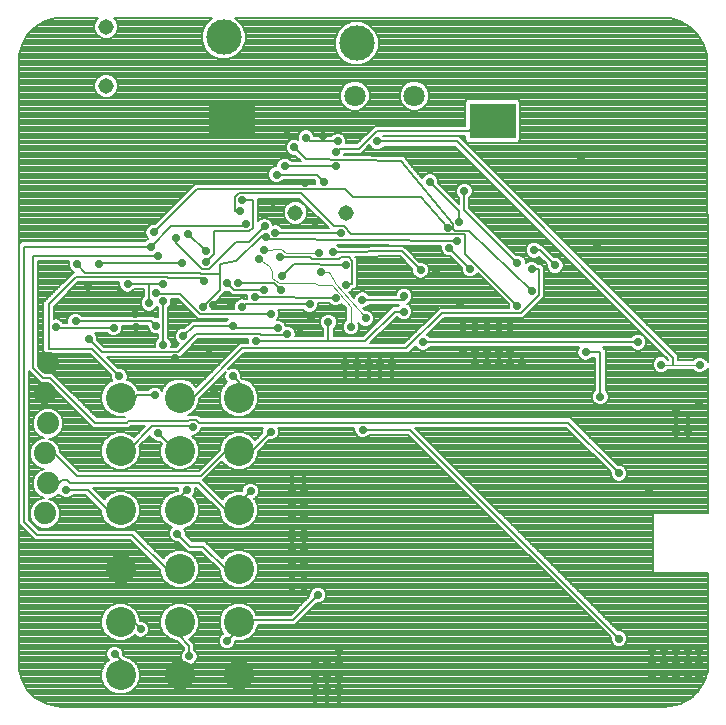
<source format=gbl>
G75*
%MOIN*%
%OFA0B0*%
%FSLAX24Y24*%
%IPPOS*%
%LPD*%
%AMOC8*
5,1,8,0,0,1.08239X$1,22.5*
%
%ADD10R,0.1181X0.1181*%
%ADD11C,0.1000*%
%ADD12C,0.0740*%
%ADD13C,0.1181*%
%ADD14C,0.0709*%
%ADD15C,0.0515*%
%ADD16C,0.0080*%
%ADD17C,0.0278*%
%ADD18C,0.0060*%
%ADD19C,0.0280*%
%ADD20C,0.0039*%
%ADD21C,0.0079*%
D10*
X007200Y019799D03*
X007594Y019799D03*
X015887Y019799D03*
X016281Y019799D03*
D11*
X007621Y010575D03*
X007621Y008804D03*
X005653Y008804D03*
X005653Y010575D03*
X003684Y010575D03*
X003684Y008804D03*
X003684Y006835D03*
X003684Y004867D03*
X003684Y003095D03*
X003684Y001323D03*
X005653Y001323D03*
X005653Y003095D03*
X005653Y004867D03*
X007621Y004867D03*
X007621Y003095D03*
X007621Y001323D03*
X007621Y006835D03*
X005653Y006835D03*
D12*
X001265Y007717D03*
X001165Y006717D03*
X001165Y008717D03*
X001265Y009717D03*
X001165Y010717D03*
X001265Y011717D03*
D13*
X011558Y022386D03*
X007119Y022595D03*
D14*
X011491Y020642D03*
X013475Y020642D03*
D15*
X011205Y016744D03*
X009512Y016745D03*
X003207Y020965D03*
X003207Y022933D03*
D16*
X003537Y000692D02*
X000729Y000692D01*
X000651Y000770D02*
X003347Y000770D01*
X003322Y000781D02*
X003557Y000683D01*
X003812Y000683D01*
X004047Y000781D01*
X004227Y000961D01*
X004324Y001196D01*
X004324Y001451D01*
X004227Y001686D01*
X004047Y001866D01*
X003812Y001963D01*
X003796Y001963D01*
X003767Y001992D01*
X003767Y002088D01*
X003725Y002190D01*
X003646Y002269D01*
X003543Y002312D01*
X003432Y002312D01*
X003329Y002269D01*
X003250Y002190D01*
X003207Y002088D01*
X003207Y001976D01*
X003250Y001873D01*
X003290Y001834D01*
X003142Y001686D01*
X003044Y001451D01*
X003044Y001196D01*
X003142Y000961D01*
X003322Y000781D01*
X003254Y000849D02*
X000574Y000849D01*
X000577Y000843D02*
X000390Y001168D01*
X000293Y001530D01*
X000281Y001717D01*
X000281Y021796D01*
X000293Y021983D01*
X000390Y022345D01*
X000577Y022669D01*
X000842Y022934D01*
X001167Y023121D01*
X001528Y023218D01*
X001716Y023230D01*
X002942Y023230D01*
X002870Y023159D01*
X002810Y023013D01*
X002810Y022854D01*
X002870Y022708D01*
X002982Y022596D01*
X003128Y022536D01*
X003286Y022536D01*
X003432Y022596D01*
X003544Y022708D01*
X003605Y022854D01*
X003605Y023013D01*
X003544Y023159D01*
X003472Y023230D01*
X006745Y023230D01*
X006705Y023214D01*
X006500Y023009D01*
X006389Y022740D01*
X006389Y022450D01*
X006500Y022181D01*
X006705Y021976D01*
X006974Y021864D01*
X007265Y021864D01*
X007533Y021976D01*
X007739Y022181D01*
X007850Y022450D01*
X007850Y022740D01*
X007739Y023009D01*
X007533Y023214D01*
X007494Y023230D01*
X021794Y023230D01*
X021982Y023218D01*
X022344Y023121D01*
X022668Y022934D01*
X022933Y022669D01*
X023120Y022345D01*
X023217Y021983D01*
X023229Y021796D01*
X023229Y021738D01*
X023229Y021738D01*
X023249Y011760D01*
X023249Y011760D01*
X023224Y011820D01*
X023145Y011898D01*
X023043Y011941D01*
X022932Y011941D01*
X022829Y011898D01*
X022752Y011821D01*
X022279Y011821D01*
X022279Y011984D01*
X022180Y012084D01*
X022180Y012084D01*
X015075Y019189D01*
X014975Y019289D01*
X012454Y019289D01*
X012439Y019303D01*
X015157Y019303D01*
X015157Y019150D01*
X015239Y019068D01*
X016930Y019068D01*
X017012Y019150D01*
X017012Y020447D01*
X016930Y020529D01*
X015239Y020529D01*
X015157Y020447D01*
X015157Y019643D01*
X012157Y019643D01*
X012058Y019543D01*
X011567Y019052D01*
X011204Y019052D01*
X011208Y019063D01*
X011208Y019174D01*
X011166Y019277D01*
X011087Y019356D01*
X010984Y019399D01*
X010873Y019399D01*
X010770Y019356D01*
X010702Y019289D01*
X010145Y019289D01*
X010145Y019292D01*
X010103Y019395D01*
X010024Y019474D01*
X009921Y019517D01*
X009810Y019517D01*
X009707Y019474D01*
X009628Y019395D01*
X009585Y019292D01*
X009585Y019181D01*
X009587Y019177D01*
X009527Y019202D01*
X009416Y019202D01*
X009313Y019159D01*
X009234Y019080D01*
X009192Y018977D01*
X009192Y018866D01*
X009234Y018763D01*
X009313Y018684D01*
X009416Y018642D01*
X009511Y018642D01*
X009691Y018462D01*
X009383Y018462D01*
X009315Y018529D01*
X009212Y018572D01*
X009101Y018572D01*
X008998Y018529D01*
X008919Y018450D01*
X008877Y018347D01*
X008877Y018296D01*
X008825Y018296D01*
X008722Y018254D01*
X008644Y018175D01*
X008601Y018072D01*
X008601Y017960D01*
X008644Y017858D01*
X008722Y017779D01*
X008825Y017736D01*
X008937Y017736D01*
X009040Y017779D01*
X009107Y017846D01*
X010149Y017846D01*
X010176Y017820D01*
X010176Y017724D01*
X010180Y017714D01*
X006173Y017714D01*
X004826Y016367D01*
X004731Y016367D01*
X004628Y016324D01*
X004549Y016246D01*
X004507Y016143D01*
X004507Y016031D01*
X004549Y015928D01*
X004603Y015874D01*
X004549Y015852D01*
X004482Y015785D01*
X000385Y015785D01*
X000286Y015685D01*
X000286Y006371D01*
X000385Y006271D01*
X000819Y005838D01*
X004008Y005838D01*
X005013Y004833D01*
X005013Y004739D01*
X005110Y004504D01*
X005290Y004324D01*
X005525Y004227D01*
X005780Y004227D01*
X006015Y004324D01*
X006195Y004504D01*
X006293Y004739D01*
X006293Y004994D01*
X006195Y005229D01*
X006015Y005409D01*
X005780Y005507D01*
X005525Y005507D01*
X005290Y005409D01*
X005110Y005229D01*
X005106Y005220D01*
X004248Y006079D01*
X004148Y006178D01*
X000959Y006178D01*
X000626Y006512D01*
X000626Y011464D01*
X000700Y011389D01*
X001015Y011074D01*
X001252Y011074D01*
X002748Y009578D01*
X003952Y009578D01*
X003991Y009618D01*
X004494Y009618D01*
X004135Y009258D01*
X004047Y009346D01*
X003812Y009444D01*
X003557Y009444D01*
X003322Y009346D01*
X003142Y009166D01*
X003044Y008931D01*
X003044Y008676D01*
X003142Y008441D01*
X003322Y008261D01*
X003557Y008164D01*
X003812Y008164D01*
X004047Y008261D01*
X004227Y008441D01*
X004324Y008676D01*
X004324Y008931D01*
X004314Y008956D01*
X004673Y009316D01*
X004707Y009235D01*
X004785Y009157D01*
X004888Y009114D01*
X004984Y009114D01*
X005058Y009040D01*
X005013Y008931D01*
X005013Y008676D01*
X005110Y008441D01*
X005290Y008261D01*
X005525Y008164D01*
X005780Y008164D01*
X006015Y008261D01*
X006195Y008441D01*
X006293Y008676D01*
X006293Y008931D01*
X006195Y009166D01*
X006050Y009311D01*
X006142Y009311D01*
X006244Y009354D01*
X006323Y009432D01*
X006366Y009535D01*
X006366Y009578D01*
X008441Y009578D01*
X008404Y009489D01*
X008404Y009394D01*
X008168Y009157D01*
X008164Y009166D01*
X007984Y009346D01*
X007749Y009444D01*
X007494Y009444D01*
X007259Y009346D01*
X007079Y009166D01*
X006981Y008931D01*
X006981Y008837D01*
X006291Y008147D01*
X002298Y008147D01*
X001675Y008770D01*
X001675Y008818D01*
X001597Y009006D01*
X001453Y009149D01*
X001314Y009207D01*
X001366Y009207D01*
X001553Y009285D01*
X001697Y009428D01*
X001775Y009615D01*
X001775Y009818D01*
X001697Y010006D01*
X001553Y010149D01*
X001366Y010227D01*
X001163Y010227D01*
X000976Y010149D01*
X000832Y010006D01*
X000755Y009818D01*
X000755Y009615D01*
X000832Y009428D01*
X000976Y009285D01*
X001115Y009227D01*
X001063Y009227D01*
X000876Y009149D01*
X000732Y009006D01*
X000655Y008818D01*
X000655Y008615D01*
X000732Y008428D01*
X000876Y008285D01*
X001063Y008207D01*
X001115Y008207D01*
X000976Y008149D01*
X000832Y008006D01*
X000755Y007818D01*
X000755Y007615D01*
X000832Y007428D01*
X000976Y007285D01*
X001115Y007227D01*
X001063Y007227D01*
X000876Y007149D01*
X000732Y007006D01*
X000655Y006818D01*
X000655Y006615D01*
X000732Y006428D01*
X000876Y006285D01*
X001063Y006207D01*
X001266Y006207D01*
X001453Y006285D01*
X001597Y006428D01*
X001675Y006615D01*
X001675Y006818D01*
X001597Y007006D01*
X001453Y007149D01*
X001314Y007207D01*
X001366Y007207D01*
X001553Y007285D01*
X001630Y007361D01*
X001636Y007346D01*
X001715Y007267D01*
X001818Y007224D01*
X001929Y007224D01*
X002032Y007267D01*
X002099Y007334D01*
X002511Y007334D01*
X003044Y006802D01*
X003044Y006708D01*
X003142Y006473D01*
X003322Y006292D01*
X003557Y006195D01*
X003812Y006195D01*
X004047Y006292D01*
X004227Y006473D01*
X004324Y006708D01*
X004324Y006962D01*
X004227Y007198D01*
X004047Y007378D01*
X003812Y007475D01*
X003557Y007475D01*
X003322Y007378D01*
X003142Y007198D01*
X003138Y007189D01*
X002756Y007571D01*
X005613Y007571D01*
X005609Y007560D01*
X005609Y007475D01*
X005525Y007475D01*
X005290Y007378D01*
X005110Y007198D01*
X005013Y006962D01*
X005013Y006708D01*
X005110Y006473D01*
X005290Y006292D01*
X005384Y006254D01*
X005337Y006206D01*
X005294Y006103D01*
X005294Y005992D01*
X005337Y005889D01*
X005415Y005810D01*
X005518Y005768D01*
X005614Y005768D01*
X005837Y005544D01*
X005937Y005445D01*
X006370Y005445D01*
X006981Y004833D01*
X006981Y004739D01*
X007079Y004504D01*
X007259Y004324D01*
X007494Y004227D01*
X007749Y004227D01*
X007984Y004324D01*
X008164Y004504D01*
X008261Y004739D01*
X008261Y004994D01*
X008164Y005229D01*
X007984Y005409D01*
X007749Y005507D01*
X007494Y005507D01*
X007259Y005409D01*
X007079Y005229D01*
X007075Y005220D01*
X006511Y005785D01*
X006078Y005785D01*
X005854Y006008D01*
X005854Y006103D01*
X005811Y006206D01*
X005810Y006207D01*
X006015Y006292D01*
X006195Y006473D01*
X006293Y006708D01*
X006293Y006962D01*
X006195Y007198D01*
X006087Y007306D01*
X006126Y007346D01*
X006169Y007449D01*
X006169Y007560D01*
X006165Y007571D01*
X006212Y007571D01*
X006981Y006802D01*
X006981Y006708D01*
X007079Y006473D01*
X007259Y006292D01*
X007494Y006195D01*
X007749Y006195D01*
X007984Y006292D01*
X008164Y006473D01*
X008261Y006708D01*
X008261Y006962D01*
X008164Y007198D01*
X008145Y007216D01*
X008174Y007228D01*
X008252Y007306D01*
X008295Y007409D01*
X008295Y007521D01*
X015081Y007521D01*
X015159Y007443D02*
X008295Y007443D01*
X008295Y007521D02*
X008252Y007624D01*
X008174Y007702D01*
X008071Y007745D01*
X007959Y007745D01*
X007856Y007702D01*
X007778Y007624D01*
X007735Y007521D01*
X006742Y007521D01*
X006664Y007600D02*
X007768Y007600D01*
X007735Y007521D02*
X007735Y007475D01*
X007494Y007475D01*
X007259Y007378D01*
X007079Y007198D01*
X007075Y007189D01*
X006444Y007819D01*
X007075Y008450D01*
X007079Y008441D01*
X007259Y008261D01*
X007494Y008164D01*
X007749Y008164D01*
X007984Y008261D01*
X008164Y008441D01*
X008261Y008676D01*
X008261Y008770D01*
X008645Y009153D01*
X008740Y009153D01*
X008843Y009196D01*
X008922Y009275D01*
X008964Y009378D01*
X008964Y009489D01*
X008927Y009578D01*
X011479Y009578D01*
X011475Y009568D01*
X011475Y009457D01*
X011518Y009354D01*
X011597Y009275D01*
X011699Y009232D01*
X011811Y009232D01*
X011914Y009275D01*
X011981Y009342D01*
X013260Y009342D01*
X020018Y002583D01*
X020018Y002488D01*
X020061Y002385D01*
X020140Y002306D01*
X020243Y002264D01*
X020354Y002264D01*
X020457Y002306D01*
X020536Y002385D01*
X020578Y002488D01*
X020578Y002599D01*
X020536Y002702D01*
X020457Y002781D01*
X020354Y002824D01*
X020259Y002824D01*
X013504Y009578D01*
X018535Y009578D01*
X020018Y008095D01*
X020018Y008000D01*
X020061Y007897D01*
X020140Y007818D01*
X020243Y007776D01*
X020354Y007776D01*
X020457Y007818D01*
X020536Y007897D01*
X020578Y008000D01*
X020578Y008111D01*
X020536Y008214D01*
X020457Y008293D01*
X020354Y008336D01*
X020259Y008336D01*
X018776Y009819D01*
X018676Y009918D01*
X006353Y009918D01*
X006274Y009997D01*
X005930Y009997D01*
X006015Y010033D01*
X006195Y010213D01*
X006293Y010448D01*
X006293Y010542D01*
X007182Y011431D01*
X007144Y011340D01*
X007144Y011228D01*
X007187Y011125D01*
X007227Y011086D01*
X007079Y010938D01*
X006981Y010703D01*
X006981Y010448D01*
X007079Y010213D01*
X007259Y010033D01*
X007494Y009935D01*
X007749Y009935D01*
X007984Y010033D01*
X023252Y010033D01*
X023252Y009955D02*
X007796Y009955D01*
X007984Y010033D02*
X008164Y010213D01*
X008261Y010448D01*
X008261Y010703D01*
X008164Y010938D01*
X007984Y011118D01*
X007749Y011215D01*
X007733Y011215D01*
X007704Y011244D01*
X007704Y011340D01*
X007662Y011442D01*
X007583Y011521D01*
X007480Y011564D01*
X007369Y011564D01*
X007277Y011526D01*
X007810Y012059D01*
X013282Y012059D01*
X013515Y012292D01*
X013526Y012267D01*
X013604Y012188D01*
X013707Y012146D01*
X013819Y012146D01*
X013922Y012188D01*
X013989Y012256D01*
X018958Y012256D01*
X018948Y012245D01*
X018905Y012143D01*
X018905Y012031D01*
X018948Y011929D01*
X019026Y011850D01*
X019129Y011808D01*
X019240Y011808D01*
X019342Y011850D01*
X019398Y011906D01*
X019497Y011905D01*
X019497Y010818D01*
X019440Y010761D01*
X019397Y010658D01*
X019397Y010547D01*
X019440Y010445D01*
X019518Y010366D01*
X019621Y010324D01*
X019732Y010324D01*
X019834Y010366D01*
X019913Y010445D01*
X019955Y010547D01*
X019955Y010658D01*
X019913Y010761D01*
X019856Y010818D01*
X019856Y012082D01*
X019856Y012156D01*
X019856Y012157D01*
X019804Y012209D01*
X019758Y012256D01*
X020702Y012256D01*
X020770Y012188D01*
X020873Y012146D01*
X020984Y012146D01*
X021087Y012188D01*
X021166Y012267D01*
X021208Y012370D01*
X021208Y012481D01*
X021166Y012584D01*
X021087Y012663D01*
X020984Y012706D01*
X020873Y012706D01*
X020770Y012663D01*
X020702Y012596D01*
X013989Y012596D01*
X013922Y012663D01*
X013897Y012673D01*
X014463Y013240D01*
X017101Y013240D01*
X017692Y013830D01*
X017791Y013930D01*
X017791Y014937D01*
X017692Y015037D01*
X017611Y015037D01*
X017544Y015104D01*
X017441Y015147D01*
X017329Y015147D01*
X017226Y015104D01*
X017193Y015070D01*
X017193Y015119D01*
X017150Y015222D01*
X017071Y015301D01*
X016968Y015343D01*
X016873Y015343D01*
X015311Y016905D01*
X015311Y017239D01*
X015378Y017306D01*
X015421Y017409D01*
X015421Y017521D01*
X015378Y017624D01*
X015300Y017702D01*
X015197Y017745D01*
X015085Y017745D01*
X014982Y017702D01*
X014904Y017624D01*
X014861Y017521D01*
X014861Y017409D01*
X014904Y017306D01*
X014971Y017239D01*
X014971Y017049D01*
X014278Y017741D01*
X014278Y017835D01*
X014236Y017938D01*
X014157Y018016D01*
X014055Y018059D01*
X013944Y018059D01*
X013841Y018016D01*
X013763Y017938D01*
X013740Y017884D01*
X013198Y018533D01*
X013198Y018540D01*
X013153Y018587D01*
X013112Y018636D01*
X013105Y018637D01*
X013100Y018642D01*
X013036Y018643D01*
X012972Y018648D01*
X012966Y018644D01*
X011116Y018676D01*
X011130Y018708D01*
X011130Y018712D01*
X011707Y018712D01*
X011807Y018812D01*
X011980Y018985D01*
X011990Y018960D01*
X012069Y018881D01*
X012172Y018839D01*
X012283Y018839D01*
X012386Y018881D01*
X012454Y018949D01*
X014834Y018949D01*
X021939Y011843D01*
X021939Y011823D01*
X021933Y011840D01*
X021854Y011918D01*
X021752Y011961D01*
X021641Y011961D01*
X021538Y011918D01*
X021459Y011840D01*
X021417Y011737D01*
X021417Y011626D01*
X021459Y011523D01*
X021538Y011445D01*
X021641Y011402D01*
X021752Y011402D01*
X021854Y011445D01*
X021911Y011502D01*
X022029Y011502D01*
X022039Y011492D01*
X022180Y011492D01*
X022190Y011502D01*
X022752Y011502D01*
X022829Y011425D01*
X022932Y011383D01*
X023043Y011383D01*
X023145Y011425D01*
X023224Y011504D01*
X023249Y011565D01*
X023259Y006744D01*
X021445Y006744D01*
X021445Y004744D01*
X023263Y004744D01*
X023269Y001642D01*
X023250Y001459D01*
X023140Y001106D01*
X022944Y000793D01*
X022672Y000542D01*
X022345Y000369D01*
X021985Y000287D01*
X021803Y000282D01*
X021797Y000282D01*
X021742Y000284D01*
X021740Y000282D01*
X001716Y000282D01*
X001528Y000294D01*
X001167Y000391D01*
X000842Y000579D01*
X000577Y000843D01*
X000529Y000927D02*
X003175Y000927D01*
X003123Y001006D02*
X000484Y001006D01*
X000439Y001084D02*
X003091Y001084D01*
X003058Y001163D02*
X000393Y001163D01*
X000371Y001241D02*
X003044Y001241D01*
X003044Y001320D02*
X000349Y001320D01*
X000328Y001398D02*
X003044Y001398D01*
X003055Y001477D02*
X000307Y001477D01*
X000292Y001555D02*
X003088Y001555D01*
X003120Y001634D02*
X000286Y001634D01*
X000281Y001712D02*
X003168Y001712D01*
X003247Y001791D02*
X000281Y001791D01*
X000281Y001869D02*
X003254Y001869D01*
X003219Y001948D02*
X000281Y001948D01*
X000281Y002026D02*
X003207Y002026D01*
X003214Y002105D02*
X000281Y002105D01*
X000281Y002183D02*
X003247Y002183D01*
X003321Y002262D02*
X000281Y002262D01*
X000281Y002340D02*
X005695Y002340D01*
X005773Y002262D02*
X003654Y002262D01*
X003728Y002183D02*
X005798Y002183D01*
X005798Y002179D02*
X005730Y002112D01*
X005688Y002009D01*
X005688Y001897D01*
X005730Y001795D01*
X005809Y001716D01*
X005912Y001673D01*
X006023Y001673D01*
X006126Y001716D01*
X006205Y001795D01*
X006248Y001897D01*
X006248Y002009D01*
X006205Y002112D01*
X006138Y002179D01*
X006138Y002378D01*
X006038Y002477D01*
X005979Y002537D01*
X006015Y002552D01*
X006195Y002732D01*
X006293Y002968D01*
X006981Y002968D01*
X007079Y002732D01*
X007097Y002714D01*
X007069Y002702D01*
X006990Y002624D01*
X006948Y002521D01*
X006948Y002409D01*
X006990Y002306D01*
X007069Y002228D01*
X007172Y002185D01*
X007283Y002185D01*
X007386Y002228D01*
X007465Y002306D01*
X007508Y002409D01*
X007508Y002455D01*
X007749Y002455D01*
X007984Y002552D01*
X008164Y002732D01*
X008261Y002968D01*
X019634Y002968D01*
X019712Y002890D02*
X008229Y002890D01*
X008261Y002968D02*
X008261Y003004D01*
X009503Y003004D01*
X010219Y003720D01*
X010315Y003720D01*
X010418Y003763D01*
X010496Y003842D01*
X010539Y003945D01*
X010539Y004056D01*
X010496Y004159D01*
X010418Y004238D01*
X010315Y004280D01*
X010203Y004280D01*
X010100Y004238D01*
X010022Y004159D01*
X009979Y004056D01*
X009979Y003961D01*
X009362Y003344D01*
X008211Y003344D01*
X008164Y003457D01*
X007984Y003637D01*
X007749Y003735D01*
X007494Y003735D01*
X007259Y003637D01*
X007079Y003457D01*
X006981Y003222D01*
X006981Y002968D01*
X006981Y003047D02*
X006293Y003047D01*
X006293Y003125D02*
X006981Y003125D01*
X006981Y003204D02*
X006293Y003204D01*
X006293Y003222D02*
X006195Y003457D01*
X006015Y003637D01*
X005780Y003735D01*
X005525Y003735D01*
X005290Y003637D01*
X005110Y003457D01*
X005013Y003222D01*
X005013Y002968D01*
X004611Y002968D01*
X004591Y003017D02*
X004512Y003096D01*
X004409Y003139D01*
X004324Y003139D01*
X004324Y003222D01*
X004227Y003457D01*
X004047Y003637D01*
X003812Y003735D01*
X003557Y003735D01*
X003322Y003637D01*
X003142Y003457D01*
X003044Y003222D01*
X003044Y002968D01*
X000281Y002968D01*
X000281Y002890D02*
X003077Y002890D01*
X003044Y002968D02*
X003142Y002732D01*
X003322Y002552D01*
X003557Y002455D01*
X003812Y002455D01*
X004047Y002552D01*
X004155Y002661D01*
X004195Y002621D01*
X004298Y002579D01*
X004409Y002579D01*
X004512Y002621D01*
X004591Y002700D01*
X004634Y002803D01*
X004634Y002914D01*
X004591Y003017D01*
X004562Y003047D02*
X005013Y003047D01*
X005013Y003125D02*
X004442Y003125D01*
X004324Y003204D02*
X005013Y003204D01*
X005038Y003282D02*
X004299Y003282D01*
X004267Y003361D02*
X005070Y003361D01*
X005103Y003439D02*
X004234Y003439D01*
X004167Y003518D02*
X005170Y003518D01*
X005249Y003596D02*
X004088Y003596D01*
X003957Y003675D02*
X005380Y003675D01*
X005926Y003675D02*
X007349Y003675D01*
X007217Y003596D02*
X006057Y003596D01*
X006135Y003518D02*
X007139Y003518D01*
X007071Y003439D02*
X006203Y003439D01*
X006235Y003361D02*
X007039Y003361D01*
X007006Y003282D02*
X006268Y003282D01*
X006293Y003222D02*
X006293Y002968D01*
X006260Y002890D02*
X007014Y002890D01*
X007046Y002811D02*
X006228Y002811D01*
X006195Y002733D02*
X007079Y002733D01*
X007021Y002654D02*
X006117Y002654D01*
X006039Y002576D02*
X006970Y002576D01*
X006948Y002497D02*
X006018Y002497D01*
X006097Y002419D02*
X006948Y002419D01*
X006976Y002340D02*
X006138Y002340D01*
X006138Y002262D02*
X007035Y002262D01*
X007420Y002262D02*
X023267Y002262D01*
X023267Y002340D02*
X020491Y002340D01*
X020550Y002419D02*
X023267Y002419D01*
X023267Y002497D02*
X020578Y002497D01*
X020578Y002576D02*
X023267Y002576D01*
X023267Y002654D02*
X020556Y002654D01*
X020505Y002733D02*
X023267Y002733D01*
X023266Y002811D02*
X020384Y002811D01*
X020193Y002890D02*
X023266Y002890D01*
X023266Y002968D02*
X020114Y002968D01*
X020036Y003047D02*
X023266Y003047D01*
X023266Y003125D02*
X019957Y003125D01*
X019879Y003204D02*
X023266Y003204D01*
X023265Y003282D02*
X019800Y003282D01*
X019722Y003361D02*
X023265Y003361D01*
X023265Y003439D02*
X019643Y003439D01*
X019565Y003518D02*
X023265Y003518D01*
X023265Y003596D02*
X019486Y003596D01*
X019408Y003675D02*
X023265Y003675D01*
X023265Y003753D02*
X019329Y003753D01*
X019251Y003832D02*
X023264Y003832D01*
X023264Y003910D02*
X019172Y003910D01*
X019094Y003989D02*
X023264Y003989D01*
X023264Y004067D02*
X019015Y004067D01*
X018937Y004146D02*
X023264Y004146D01*
X023264Y004224D02*
X018858Y004224D01*
X018780Y004303D02*
X023263Y004303D01*
X023263Y004381D02*
X018701Y004381D01*
X018623Y004460D02*
X023263Y004460D01*
X023263Y004538D02*
X018544Y004538D01*
X018466Y004617D02*
X023263Y004617D01*
X023263Y004695D02*
X018387Y004695D01*
X018309Y004774D02*
X021445Y004774D01*
X021445Y004852D02*
X018230Y004852D01*
X018152Y004931D02*
X021445Y004931D01*
X021445Y005009D02*
X018073Y005009D01*
X017995Y005088D02*
X021445Y005088D01*
X021445Y005166D02*
X017916Y005166D01*
X017838Y005245D02*
X021445Y005245D01*
X021445Y005323D02*
X017759Y005323D01*
X017681Y005402D02*
X021445Y005402D01*
X021445Y005480D02*
X017602Y005480D01*
X017524Y005559D02*
X021445Y005559D01*
X021445Y005637D02*
X017445Y005637D01*
X017367Y005716D02*
X021445Y005716D01*
X021445Y005794D02*
X017288Y005794D01*
X017210Y005873D02*
X021445Y005873D01*
X021445Y005951D02*
X017131Y005951D01*
X017053Y006030D02*
X021445Y006030D01*
X021445Y006108D02*
X016974Y006108D01*
X016896Y006187D02*
X021445Y006187D01*
X021445Y006265D02*
X016817Y006265D01*
X016739Y006344D02*
X021445Y006344D01*
X021445Y006422D02*
X016660Y006422D01*
X016582Y006501D02*
X021445Y006501D01*
X021445Y006579D02*
X016503Y006579D01*
X016425Y006658D02*
X021445Y006658D01*
X021445Y006736D02*
X016346Y006736D01*
X016268Y006815D02*
X023259Y006815D01*
X023258Y006893D02*
X016189Y006893D01*
X016111Y006972D02*
X023258Y006972D01*
X023258Y007050D02*
X016032Y007050D01*
X015954Y007129D02*
X023258Y007129D01*
X023258Y007207D02*
X015875Y007207D01*
X015797Y007286D02*
X023258Y007286D01*
X023257Y007364D02*
X015718Y007364D01*
X015640Y007443D02*
X023257Y007443D01*
X023257Y007521D02*
X015561Y007521D01*
X015483Y007600D02*
X023257Y007600D01*
X023257Y007678D02*
X015404Y007678D01*
X015326Y007757D02*
X023257Y007757D01*
X023257Y007835D02*
X020474Y007835D01*
X020543Y007914D02*
X023256Y007914D01*
X023256Y007992D02*
X020575Y007992D01*
X020578Y008071D02*
X023256Y008071D01*
X023256Y008149D02*
X020563Y008149D01*
X020522Y008228D02*
X023256Y008228D01*
X023256Y008306D02*
X020425Y008306D01*
X020210Y008385D02*
X023255Y008385D01*
X023255Y008463D02*
X020131Y008463D01*
X020053Y008542D02*
X023255Y008542D01*
X023255Y008620D02*
X019974Y008620D01*
X019896Y008699D02*
X023255Y008699D01*
X023255Y008777D02*
X019817Y008777D01*
X019739Y008856D02*
X023255Y008856D01*
X023254Y008934D02*
X019660Y008934D01*
X019582Y009013D02*
X023254Y009013D01*
X023254Y009091D02*
X019503Y009091D01*
X019425Y009170D02*
X023254Y009170D01*
X023254Y009248D02*
X019346Y009248D01*
X019268Y009327D02*
X023254Y009327D01*
X023253Y009405D02*
X019189Y009405D01*
X019111Y009484D02*
X023253Y009484D01*
X023253Y009562D02*
X019032Y009562D01*
X018954Y009641D02*
X023253Y009641D01*
X023253Y009719D02*
X018875Y009719D01*
X018797Y009798D02*
X023253Y009798D01*
X023253Y009876D02*
X018718Y009876D01*
X018551Y009562D02*
X013520Y009562D01*
X013599Y009484D02*
X018630Y009484D01*
X018708Y009405D02*
X013677Y009405D01*
X013756Y009327D02*
X018787Y009327D01*
X018865Y009248D02*
X013834Y009248D01*
X013913Y009170D02*
X018944Y009170D01*
X019022Y009091D02*
X013991Y009091D01*
X014070Y009013D02*
X019101Y009013D01*
X019179Y008934D02*
X014148Y008934D01*
X014227Y008856D02*
X019258Y008856D01*
X019336Y008777D02*
X014305Y008777D01*
X014384Y008699D02*
X019415Y008699D01*
X019493Y008620D02*
X014462Y008620D01*
X014541Y008542D02*
X019572Y008542D01*
X019650Y008463D02*
X014619Y008463D01*
X014698Y008385D02*
X019729Y008385D01*
X019807Y008306D02*
X014776Y008306D01*
X014855Y008228D02*
X019886Y008228D01*
X019964Y008149D02*
X014933Y008149D01*
X015012Y008071D02*
X020018Y008071D01*
X020022Y007992D02*
X015090Y007992D01*
X015169Y007914D02*
X020054Y007914D01*
X020123Y007835D02*
X015247Y007835D01*
X015002Y007600D02*
X008262Y007600D01*
X008198Y007678D02*
X014924Y007678D01*
X014845Y007757D02*
X006507Y007757D01*
X006460Y007835D02*
X014767Y007835D01*
X014688Y007914D02*
X006539Y007914D01*
X006617Y007992D02*
X014610Y007992D01*
X014531Y008071D02*
X006696Y008071D01*
X006774Y008149D02*
X014453Y008149D01*
X014374Y008228D02*
X007903Y008228D01*
X008029Y008306D02*
X014296Y008306D01*
X014217Y008385D02*
X008107Y008385D01*
X008173Y008463D02*
X014139Y008463D01*
X014060Y008542D02*
X008206Y008542D01*
X008238Y008620D02*
X013982Y008620D01*
X013903Y008699D02*
X008261Y008699D01*
X008268Y008777D02*
X013825Y008777D01*
X013746Y008856D02*
X008347Y008856D01*
X008425Y008934D02*
X013668Y008934D01*
X013589Y009013D02*
X008504Y009013D01*
X008582Y009091D02*
X013511Y009091D01*
X013432Y009170D02*
X008779Y009170D01*
X008895Y009248D02*
X011661Y009248D01*
X011545Y009327D02*
X008943Y009327D01*
X008964Y009405D02*
X011496Y009405D01*
X011475Y009484D02*
X008964Y009484D01*
X008934Y009562D02*
X011475Y009562D01*
X011849Y009248D02*
X013354Y009248D01*
X013275Y009327D02*
X011966Y009327D01*
X013298Y012074D02*
X018905Y012074D01*
X018909Y012153D02*
X013836Y012153D01*
X013690Y012153D02*
X013376Y012153D01*
X013455Y012231D02*
X013561Y012231D01*
X013209Y012467D02*
X012076Y012467D01*
X012008Y012399D02*
X012889Y013279D01*
X012907Y013279D01*
X012974Y013212D01*
X013077Y013169D01*
X013189Y013169D01*
X013292Y013212D01*
X013370Y013291D01*
X013413Y013394D01*
X013413Y013505D01*
X013370Y013608D01*
X013292Y013687D01*
X013247Y013705D01*
X013292Y013724D01*
X013370Y013802D01*
X013413Y013905D01*
X013413Y014017D01*
X013370Y014120D01*
X013292Y014198D01*
X013189Y014241D01*
X013077Y014241D01*
X012974Y014198D01*
X012896Y014120D01*
X012853Y014017D01*
X012853Y014009D01*
X012008Y014009D01*
X011971Y014010D01*
X011901Y014079D01*
X011799Y014122D01*
X011688Y014122D01*
X011585Y014079D01*
X011507Y014001D01*
X011466Y013902D01*
X011304Y014087D01*
X011359Y014109D01*
X011434Y014185D01*
X011466Y014184D01*
X011470Y014187D01*
X011474Y014188D01*
X011519Y014237D01*
X011566Y014283D01*
X011567Y014288D01*
X011570Y014291D01*
X011567Y014358D01*
X011570Y015071D01*
X011571Y015072D01*
X011571Y015142D01*
X011571Y015212D01*
X011571Y015213D01*
X011521Y015262D01*
X011512Y015271D01*
X012985Y015286D01*
X013404Y014867D01*
X013404Y014771D01*
X013447Y014669D01*
X013526Y014590D01*
X013629Y014547D01*
X013740Y014547D01*
X013843Y014590D01*
X013922Y014669D01*
X013964Y014771D01*
X013964Y014883D01*
X013922Y014986D01*
X013843Y015065D01*
X013740Y015107D01*
X013645Y015107D01*
X013224Y015528D01*
X014349Y015528D01*
X014349Y015520D02*
X014392Y015417D01*
X014471Y015338D01*
X014573Y015295D01*
X014669Y015295D01*
X015058Y014906D01*
X015058Y014811D01*
X015100Y014708D01*
X015179Y014629D01*
X015282Y014587D01*
X015393Y014587D01*
X015496Y014629D01*
X015575Y014708D01*
X015585Y014733D01*
X016633Y013686D01*
X016633Y013590D01*
X016637Y013580D01*
X014322Y013580D01*
X014223Y013480D01*
X013141Y012399D01*
X012008Y012399D01*
X012154Y012545D02*
X013288Y012545D01*
X013366Y012624D02*
X012233Y012624D01*
X012311Y012702D02*
X013445Y012702D01*
X013523Y012781D02*
X012390Y012781D01*
X012468Y012859D02*
X013602Y012859D01*
X013680Y012938D02*
X012547Y012938D01*
X012625Y013016D02*
X013759Y013016D01*
X013837Y013095D02*
X012704Y013095D01*
X012782Y013173D02*
X013068Y013173D01*
X013198Y013173D02*
X013916Y013173D01*
X013994Y013252D02*
X013332Y013252D01*
X013387Y013330D02*
X014073Y013330D01*
X014151Y013409D02*
X013413Y013409D01*
X013413Y013487D02*
X014230Y013487D01*
X014308Y013566D02*
X013388Y013566D01*
X013334Y013644D02*
X016633Y013644D01*
X016596Y013723D02*
X013289Y013723D01*
X013369Y013801D02*
X016517Y013801D01*
X016439Y013880D02*
X013402Y013880D01*
X013413Y013958D02*
X016360Y013958D01*
X016282Y014037D02*
X013405Y014037D01*
X013372Y014115D02*
X016203Y014115D01*
X016125Y014194D02*
X013296Y014194D01*
X012970Y014194D02*
X011480Y014194D01*
X011555Y014272D02*
X016046Y014272D01*
X015968Y014351D02*
X011567Y014351D01*
X011567Y014429D02*
X015889Y014429D01*
X015811Y014508D02*
X011568Y014508D01*
X011568Y014586D02*
X013534Y014586D01*
X013451Y014665D02*
X011568Y014665D01*
X011569Y014743D02*
X013416Y014743D01*
X013404Y014822D02*
X011569Y014822D01*
X011570Y014900D02*
X013371Y014900D01*
X013292Y014979D02*
X011570Y014979D01*
X011570Y015057D02*
X013214Y015057D01*
X013135Y015136D02*
X011571Y015136D01*
X011571Y015212D02*
X011571Y015212D01*
X011569Y015214D02*
X013057Y015214D01*
X013302Y015450D02*
X014378Y015450D01*
X014349Y015520D02*
X014349Y015631D01*
X014355Y015645D01*
X010914Y015667D01*
X010975Y015606D01*
X012983Y015626D01*
X012984Y015627D01*
X013053Y015627D01*
X013123Y015628D01*
X013124Y015627D01*
X013125Y015627D01*
X013174Y015578D01*
X013224Y015529D01*
X013224Y015528D01*
X013145Y015607D02*
X014349Y015607D01*
X014437Y015371D02*
X013381Y015371D01*
X013459Y015293D02*
X014671Y015293D01*
X014750Y015214D02*
X013538Y015214D01*
X013616Y015136D02*
X014828Y015136D01*
X014907Y015057D02*
X013850Y015057D01*
X013925Y014979D02*
X014985Y014979D01*
X015058Y014900D02*
X013957Y014900D01*
X013964Y014822D02*
X015058Y014822D01*
X015086Y014743D02*
X013953Y014743D01*
X013918Y014665D02*
X015144Y014665D01*
X015532Y014665D02*
X015654Y014665D01*
X015732Y014586D02*
X013834Y014586D01*
X012957Y013669D02*
X012907Y013619D01*
X012748Y013619D01*
X012648Y013520D01*
X011763Y012635D01*
X010783Y012635D01*
X010783Y012869D01*
X010851Y012936D01*
X010893Y013039D01*
X010893Y013151D01*
X010851Y013253D01*
X010772Y013332D01*
X010669Y013375D01*
X010558Y013375D01*
X010455Y013332D01*
X010376Y013253D01*
X010333Y013151D01*
X010333Y013039D01*
X010376Y012936D01*
X010443Y012869D01*
X010443Y012635D01*
X009511Y012635D01*
X009515Y012645D01*
X009515Y012757D01*
X009473Y012860D01*
X009394Y012939D01*
X009291Y012981D01*
X009189Y012981D01*
X009158Y013057D01*
X009079Y013135D01*
X008976Y013178D01*
X008888Y013178D01*
X008922Y013212D01*
X008964Y013315D01*
X008964Y013426D01*
X008927Y013515D01*
X009757Y013515D01*
X009825Y013448D01*
X009928Y013405D01*
X010039Y013405D01*
X010142Y013448D01*
X010221Y013527D01*
X010263Y013630D01*
X010263Y013739D01*
X010628Y013737D01*
X010692Y013673D01*
X010794Y013631D01*
X010905Y013631D01*
X011008Y013673D01*
X011050Y013715D01*
X011079Y013684D01*
X011109Y013639D01*
X011123Y013637D01*
X011202Y013552D01*
X011202Y013172D01*
X011125Y013095D01*
X011082Y012993D01*
X011082Y012882D01*
X011125Y012779D01*
X011203Y012701D01*
X011306Y012658D01*
X011417Y012658D01*
X011519Y012701D01*
X011598Y012779D01*
X011640Y012882D01*
X011640Y012993D01*
X011613Y013059D01*
X011692Y012980D01*
X011794Y012938D01*
X011905Y012938D01*
X012008Y012980D01*
X012086Y013059D01*
X012129Y013161D01*
X012129Y013272D01*
X012086Y013375D01*
X012008Y013453D01*
X011905Y013496D01*
X011818Y013496D01*
X011759Y013564D01*
X011799Y013564D01*
X011901Y013606D01*
X011964Y013669D01*
X012006Y013669D01*
X012075Y013668D01*
X012076Y013669D01*
X012957Y013669D01*
X012932Y013644D02*
X011939Y013644D01*
X011803Y013566D02*
X012694Y013566D01*
X012616Y013487D02*
X011926Y013487D01*
X012053Y013409D02*
X012537Y013409D01*
X012459Y013330D02*
X012105Y013330D01*
X012129Y013252D02*
X012380Y013252D01*
X012302Y013173D02*
X012129Y013173D01*
X012101Y013095D02*
X012223Y013095D01*
X012145Y013016D02*
X012043Y013016D01*
X012066Y012938D02*
X011640Y012938D01*
X011631Y013016D02*
X011656Y013016D01*
X011631Y012859D02*
X011988Y012859D01*
X011909Y012781D02*
X011599Y012781D01*
X011521Y012702D02*
X011831Y012702D01*
X011202Y012702D02*
X010783Y012702D01*
X010783Y012781D02*
X011124Y012781D01*
X011092Y012859D02*
X010783Y012859D01*
X010851Y012938D02*
X011082Y012938D01*
X011092Y013016D02*
X010884Y013016D01*
X010893Y013095D02*
X011125Y013095D01*
X011202Y013173D02*
X010884Y013173D01*
X010852Y013252D02*
X011202Y013252D01*
X011202Y013330D02*
X010774Y013330D01*
X010762Y013644D02*
X010263Y013644D01*
X010263Y013723D02*
X010642Y013723D01*
X010937Y013644D02*
X011106Y013644D01*
X011189Y013566D02*
X010237Y013566D01*
X010181Y013487D02*
X011202Y013487D01*
X011202Y013409D02*
X010047Y013409D01*
X009920Y013409D02*
X008964Y013409D01*
X008964Y013330D02*
X010453Y013330D01*
X010375Y013252D02*
X008938Y013252D01*
X008988Y013173D02*
X010343Y013173D01*
X010333Y013095D02*
X009120Y013095D01*
X009175Y013016D02*
X010343Y013016D01*
X010375Y012938D02*
X009395Y012938D01*
X009473Y012859D02*
X010443Y012859D01*
X010443Y012781D02*
X009506Y012781D01*
X009515Y012702D02*
X010443Y012702D01*
X009786Y013487D02*
X008939Y013487D01*
X007897Y013855D02*
X007871Y013855D01*
X007795Y013887D01*
X007684Y013887D01*
X007581Y013844D01*
X007502Y013765D01*
X007459Y013662D01*
X007459Y013551D01*
X007464Y013540D01*
X006716Y013540D01*
X006720Y013551D01*
X006720Y013646D01*
X007161Y014087D01*
X007161Y014118D01*
X007172Y014114D01*
X007267Y014114D01*
X007294Y014087D01*
X007393Y013988D01*
X007897Y013988D01*
X007892Y013977D01*
X007892Y013866D01*
X007897Y013855D01*
X007892Y013880D02*
X007812Y013880D01*
X007892Y013958D02*
X007032Y013958D01*
X006954Y013880D02*
X007667Y013880D01*
X007538Y013801D02*
X006875Y013801D01*
X006797Y013723D02*
X007484Y013723D01*
X007459Y013644D02*
X006720Y013644D01*
X006720Y013566D02*
X007459Y013566D01*
X007252Y013200D02*
X007198Y013147D01*
X006055Y013147D01*
X005955Y013047D01*
X005810Y012902D01*
X005715Y012902D01*
X005612Y012860D01*
X005533Y012781D01*
X005272Y012781D01*
X005272Y012859D02*
X005612Y012859D01*
X005533Y012781D02*
X005491Y012678D01*
X005491Y012567D01*
X005533Y012464D01*
X005612Y012385D01*
X005637Y012375D01*
X005543Y012281D01*
X005377Y012281D01*
X005382Y012291D01*
X005382Y012403D01*
X005339Y012505D01*
X005272Y012573D01*
X005272Y013578D01*
X005339Y013645D01*
X005382Y013748D01*
X005382Y013859D01*
X005377Y013870D01*
X005582Y013870D01*
X006152Y013300D01*
X006252Y013200D01*
X007252Y013200D01*
X007225Y013173D02*
X005272Y013173D01*
X005272Y013095D02*
X006003Y013095D01*
X005924Y013016D02*
X005272Y013016D01*
X005272Y012938D02*
X005846Y012938D01*
X005501Y012702D02*
X005272Y012702D01*
X005272Y012624D02*
X005491Y012624D01*
X005500Y012545D02*
X005299Y012545D01*
X005355Y012467D02*
X005532Y012467D01*
X005609Y012388D02*
X005382Y012388D01*
X005382Y012310D02*
X005572Y012310D01*
X005817Y012074D02*
X007344Y012074D01*
X007266Y011996D02*
X005739Y011996D01*
X005783Y012040D02*
X005684Y011941D01*
X003229Y011941D01*
X003605Y011564D01*
X003701Y011564D01*
X003803Y011521D01*
X003882Y011442D01*
X003925Y011340D01*
X003925Y011228D01*
X003904Y011177D01*
X004047Y011118D01*
X004227Y010938D01*
X004274Y010824D01*
X004600Y010824D01*
X004667Y010891D01*
X004770Y010934D01*
X004882Y010934D01*
X004985Y010891D01*
X005060Y010816D01*
X005110Y010938D01*
X005290Y011118D01*
X005525Y011215D01*
X005780Y011215D01*
X006015Y011118D01*
X006195Y010938D01*
X006199Y010929D01*
X007569Y012299D01*
X007669Y012399D01*
X007936Y012399D01*
X007932Y012409D01*
X007932Y012521D01*
X007936Y012531D01*
X006274Y012531D01*
X005783Y012040D01*
X005896Y012153D02*
X007423Y012153D01*
X007501Y012231D02*
X005974Y012231D01*
X006053Y012310D02*
X007580Y012310D01*
X007658Y012388D02*
X006131Y012388D01*
X006210Y012467D02*
X007932Y012467D01*
X007747Y011996D02*
X018920Y011996D01*
X018959Y011917D02*
X007668Y011917D01*
X007590Y011839D02*
X019055Y011839D01*
X018942Y012231D02*
X013965Y012231D01*
X013961Y012624D02*
X020730Y012624D01*
X020864Y012702D02*
X013926Y012702D01*
X014004Y012781D02*
X021002Y012781D01*
X020992Y012702D02*
X021081Y012702D01*
X021126Y012624D02*
X021159Y012624D01*
X021182Y012545D02*
X021238Y012545D01*
X021208Y012467D02*
X021316Y012467D01*
X021395Y012388D02*
X021208Y012388D01*
X021183Y012310D02*
X021473Y012310D01*
X021552Y012231D02*
X021130Y012231D01*
X021001Y012153D02*
X021630Y012153D01*
X021709Y012074D02*
X019856Y012074D01*
X019856Y011996D02*
X021787Y011996D01*
X021855Y011917D02*
X021866Y011917D01*
X021933Y011839D02*
X021939Y011839D01*
X022279Y011839D02*
X022770Y011839D01*
X022875Y011917D02*
X022279Y011917D01*
X022268Y011996D02*
X023248Y011996D01*
X023248Y012074D02*
X022189Y012074D01*
X022111Y012153D02*
X023248Y012153D01*
X023248Y012231D02*
X022032Y012231D01*
X021954Y012310D02*
X023248Y012310D01*
X023248Y012388D02*
X021875Y012388D01*
X021797Y012467D02*
X023248Y012467D01*
X023247Y012545D02*
X021718Y012545D01*
X021640Y012624D02*
X023247Y012624D01*
X023247Y012702D02*
X021561Y012702D01*
X021483Y012781D02*
X023247Y012781D01*
X023247Y012859D02*
X021404Y012859D01*
X021326Y012938D02*
X023247Y012938D01*
X023246Y013016D02*
X021247Y013016D01*
X021169Y013095D02*
X023246Y013095D01*
X023246Y013173D02*
X021090Y013173D01*
X021012Y013252D02*
X023246Y013252D01*
X023246Y013330D02*
X020933Y013330D01*
X020855Y013409D02*
X023246Y013409D01*
X023246Y013487D02*
X020776Y013487D01*
X020698Y013566D02*
X023245Y013566D01*
X023245Y013644D02*
X020619Y013644D01*
X020541Y013723D02*
X023245Y013723D01*
X023245Y013801D02*
X020462Y013801D01*
X020384Y013880D02*
X023245Y013880D01*
X023245Y013958D02*
X020305Y013958D01*
X020227Y014037D02*
X023244Y014037D01*
X023244Y014115D02*
X020148Y014115D01*
X020070Y014194D02*
X023244Y014194D01*
X023244Y014272D02*
X019991Y014272D01*
X019913Y014351D02*
X023244Y014351D01*
X023244Y014429D02*
X019834Y014429D01*
X019756Y014508D02*
X023244Y014508D01*
X023243Y014586D02*
X019677Y014586D01*
X019599Y014665D02*
X023243Y014665D01*
X023243Y014743D02*
X019520Y014743D01*
X019442Y014822D02*
X023243Y014822D01*
X023243Y014900D02*
X019363Y014900D01*
X019285Y014979D02*
X023243Y014979D01*
X023242Y015057D02*
X019206Y015057D01*
X019128Y015136D02*
X023242Y015136D01*
X023242Y015214D02*
X019049Y015214D01*
X018971Y015293D02*
X023242Y015293D01*
X023242Y015371D02*
X018892Y015371D01*
X018814Y015450D02*
X023242Y015450D01*
X023242Y015528D02*
X018735Y015528D01*
X018657Y015607D02*
X023241Y015607D01*
X023241Y015685D02*
X018578Y015685D01*
X018500Y015764D02*
X023241Y015764D01*
X023241Y015842D02*
X018421Y015842D01*
X018343Y015921D02*
X023241Y015921D01*
X023241Y015999D02*
X018264Y015999D01*
X018186Y016078D02*
X023240Y016078D01*
X023240Y016156D02*
X018107Y016156D01*
X018029Y016235D02*
X023240Y016235D01*
X023240Y016313D02*
X017950Y016313D01*
X017872Y016392D02*
X023240Y016392D01*
X023240Y016470D02*
X017793Y016470D01*
X017715Y016549D02*
X023240Y016549D01*
X023239Y016627D02*
X017636Y016627D01*
X017558Y016706D02*
X023239Y016706D01*
X023239Y016784D02*
X017479Y016784D01*
X017401Y016863D02*
X023239Y016863D01*
X023239Y016941D02*
X017322Y016941D01*
X017244Y017020D02*
X023239Y017020D01*
X023238Y017098D02*
X017165Y017098D01*
X017087Y017177D02*
X023238Y017177D01*
X023238Y017255D02*
X017008Y017255D01*
X016930Y017334D02*
X023238Y017334D01*
X023238Y017412D02*
X016851Y017412D01*
X016773Y017491D02*
X023238Y017491D01*
X023238Y017569D02*
X016694Y017569D01*
X016616Y017648D02*
X023237Y017648D01*
X023237Y017726D02*
X016537Y017726D01*
X016459Y017805D02*
X023237Y017805D01*
X023237Y017883D02*
X016380Y017883D01*
X016302Y017962D02*
X023237Y017962D01*
X023237Y018040D02*
X016223Y018040D01*
X016145Y018119D02*
X023236Y018119D01*
X023236Y018197D02*
X016066Y018197D01*
X015988Y018276D02*
X023236Y018276D01*
X023236Y018354D02*
X015909Y018354D01*
X015831Y018433D02*
X023236Y018433D01*
X023236Y018511D02*
X015752Y018511D01*
X015674Y018590D02*
X023236Y018590D01*
X023235Y018668D02*
X015595Y018668D01*
X015517Y018747D02*
X023235Y018747D01*
X023235Y018825D02*
X015438Y018825D01*
X015360Y018904D02*
X023235Y018904D01*
X023235Y018982D02*
X015281Y018982D01*
X015203Y019061D02*
X023235Y019061D01*
X023234Y019139D02*
X017001Y019139D01*
X017012Y019218D02*
X023234Y019218D01*
X023234Y019296D02*
X017012Y019296D01*
X017012Y019375D02*
X023234Y019375D01*
X023234Y019453D02*
X017012Y019453D01*
X017012Y019532D02*
X023234Y019532D01*
X023234Y019610D02*
X017012Y019610D01*
X017012Y019689D02*
X023233Y019689D01*
X023233Y019767D02*
X017012Y019767D01*
X017012Y019846D02*
X023233Y019846D01*
X023233Y019924D02*
X017012Y019924D01*
X017012Y020003D02*
X023233Y020003D01*
X023233Y020081D02*
X017012Y020081D01*
X017012Y020160D02*
X023232Y020160D01*
X023232Y020238D02*
X017012Y020238D01*
X017012Y020317D02*
X023232Y020317D01*
X023232Y020395D02*
X017012Y020395D01*
X016985Y020474D02*
X023232Y020474D01*
X023232Y020552D02*
X013970Y020552D01*
X013970Y020544D02*
X013894Y020362D01*
X013755Y020223D01*
X013574Y020148D01*
X013377Y020148D01*
X013195Y020223D01*
X013056Y020362D01*
X012981Y020544D01*
X012981Y020740D01*
X013056Y020922D01*
X013195Y021061D01*
X013377Y021136D01*
X013574Y021136D01*
X013755Y021061D01*
X013894Y020922D01*
X013970Y020740D01*
X013970Y020544D01*
X013940Y020474D02*
X015183Y020474D01*
X015157Y020395D02*
X013908Y020395D01*
X013849Y020317D02*
X015157Y020317D01*
X015157Y020238D02*
X013770Y020238D01*
X013602Y020160D02*
X015157Y020160D01*
X015157Y020081D02*
X000281Y020081D01*
X000281Y020003D02*
X015157Y020003D01*
X015157Y019924D02*
X000281Y019924D01*
X000281Y019846D02*
X015157Y019846D01*
X015157Y019767D02*
X000281Y019767D01*
X000281Y019689D02*
X015157Y019689D01*
X015157Y019296D02*
X012446Y019296D01*
X012409Y018904D02*
X014879Y018904D01*
X014958Y018825D02*
X011820Y018825D01*
X011807Y018812D02*
X011807Y018812D01*
X011742Y018747D02*
X015036Y018747D01*
X015115Y018668D02*
X011574Y018668D01*
X011575Y019061D02*
X011207Y019061D01*
X011208Y019139D02*
X011653Y019139D01*
X011732Y019218D02*
X011190Y019218D01*
X011147Y019296D02*
X011810Y019296D01*
X011889Y019375D02*
X011042Y019375D01*
X010815Y019375D02*
X010111Y019375D01*
X010144Y019296D02*
X010710Y019296D01*
X010045Y019453D02*
X011967Y019453D01*
X012046Y019532D02*
X000281Y019532D01*
X000281Y019610D02*
X012124Y019610D01*
X012058Y019543D02*
X012058Y019543D01*
X011771Y020223D02*
X011589Y020148D01*
X011393Y020148D01*
X011211Y020223D01*
X011072Y020362D01*
X010997Y020544D01*
X010997Y020740D01*
X011072Y020922D01*
X011211Y021061D01*
X011393Y021136D01*
X011589Y021136D01*
X011771Y021061D01*
X011910Y020922D01*
X011985Y020740D01*
X011985Y020544D01*
X011910Y020362D01*
X011771Y020223D01*
X011786Y020238D02*
X013180Y020238D01*
X013102Y020317D02*
X011865Y020317D01*
X011924Y020395D02*
X013042Y020395D01*
X013010Y020474D02*
X011956Y020474D01*
X011985Y020552D02*
X012981Y020552D01*
X012981Y020631D02*
X011985Y020631D01*
X011985Y020709D02*
X012981Y020709D01*
X013000Y020788D02*
X011966Y020788D01*
X011933Y020866D02*
X013033Y020866D01*
X013079Y020945D02*
X011887Y020945D01*
X011809Y021023D02*
X013157Y021023D01*
X013293Y021102D02*
X011673Y021102D01*
X011309Y021102D02*
X003581Y021102D01*
X003605Y021044D02*
X003544Y021190D01*
X003432Y021302D01*
X003286Y021362D01*
X003128Y021362D01*
X002982Y021302D01*
X002870Y021190D01*
X002810Y021044D01*
X002810Y020886D01*
X002870Y020740D01*
X002982Y020628D01*
X003128Y020567D01*
X003286Y020567D01*
X003432Y020628D01*
X003544Y020740D01*
X003605Y020886D01*
X003605Y021044D01*
X003605Y021023D02*
X011173Y021023D01*
X011094Y020945D02*
X003605Y020945D01*
X003596Y020866D02*
X011049Y020866D01*
X011016Y020788D02*
X003564Y020788D01*
X003513Y020709D02*
X010997Y020709D01*
X010997Y020631D02*
X003435Y020631D01*
X002979Y020631D02*
X000281Y020631D01*
X000281Y020709D02*
X002901Y020709D01*
X002850Y020788D02*
X000281Y020788D01*
X000281Y020866D02*
X002818Y020866D01*
X002810Y020945D02*
X000281Y020945D01*
X000281Y021023D02*
X002810Y021023D01*
X002833Y021102D02*
X000281Y021102D01*
X000281Y021180D02*
X002866Y021180D01*
X002939Y021259D02*
X000281Y021259D01*
X000281Y021337D02*
X003067Y021337D01*
X003347Y021337D02*
X023230Y021337D01*
X023230Y021259D02*
X003475Y021259D01*
X003548Y021180D02*
X023230Y021180D01*
X023231Y021102D02*
X013657Y021102D01*
X013793Y021023D02*
X023231Y021023D01*
X023231Y020945D02*
X013872Y020945D01*
X013917Y020866D02*
X023231Y020866D01*
X023231Y020788D02*
X013950Y020788D01*
X013970Y020709D02*
X023231Y020709D01*
X023232Y020631D02*
X013970Y020631D01*
X013348Y020160D02*
X011618Y020160D01*
X011364Y020160D02*
X000281Y020160D01*
X000281Y020238D02*
X011196Y020238D01*
X011117Y020317D02*
X000281Y020317D01*
X000281Y020395D02*
X011058Y020395D01*
X011026Y020474D02*
X000281Y020474D01*
X000281Y020552D02*
X010997Y020552D01*
X011413Y021656D02*
X011144Y021767D01*
X010939Y021972D01*
X010828Y022241D01*
X010828Y022532D01*
X010939Y022800D01*
X011144Y023006D01*
X011413Y023117D01*
X011704Y023117D01*
X011972Y023006D01*
X012178Y022800D01*
X012289Y022532D01*
X012289Y022241D01*
X012178Y021972D01*
X011972Y021767D01*
X011704Y021656D01*
X011413Y021656D01*
X011234Y021730D02*
X000281Y021730D01*
X000282Y021808D02*
X011103Y021808D01*
X011025Y021887D02*
X007319Y021887D01*
X007508Y021965D02*
X010946Y021965D01*
X010909Y022044D02*
X007601Y022044D01*
X007680Y022122D02*
X010877Y022122D01*
X010844Y022201D02*
X007747Y022201D01*
X007779Y022279D02*
X010828Y022279D01*
X010828Y022358D02*
X007812Y022358D01*
X007844Y022436D02*
X010828Y022436D01*
X010828Y022515D02*
X007850Y022515D01*
X007850Y022593D02*
X010853Y022593D01*
X010886Y022672D02*
X007850Y022672D01*
X007846Y022750D02*
X010918Y022750D01*
X010968Y022829D02*
X007813Y022829D01*
X007781Y022907D02*
X011046Y022907D01*
X011125Y022986D02*
X007748Y022986D01*
X007683Y023064D02*
X011286Y023064D01*
X011831Y023064D02*
X022442Y023064D01*
X022578Y022986D02*
X011992Y022986D01*
X012070Y022907D02*
X022695Y022907D01*
X022773Y022829D02*
X012149Y022829D01*
X012198Y022750D02*
X022852Y022750D01*
X022930Y022672D02*
X012231Y022672D01*
X012263Y022593D02*
X022977Y022593D01*
X023022Y022515D02*
X012289Y022515D01*
X012289Y022436D02*
X023067Y022436D01*
X023113Y022358D02*
X012289Y022358D01*
X012289Y022279D02*
X023138Y022279D01*
X023159Y022201D02*
X012272Y022201D01*
X012240Y022122D02*
X023180Y022122D01*
X023201Y022044D02*
X012207Y022044D01*
X012170Y021965D02*
X023218Y021965D01*
X023223Y021887D02*
X012092Y021887D01*
X012013Y021808D02*
X023228Y021808D01*
X023229Y021730D02*
X011882Y021730D01*
X009686Y019453D02*
X000281Y019453D01*
X000281Y019375D02*
X009619Y019375D01*
X009587Y019296D02*
X000281Y019296D01*
X000281Y019218D02*
X009585Y019218D01*
X009293Y019139D02*
X000281Y019139D01*
X000281Y019061D02*
X009226Y019061D01*
X009194Y018982D02*
X000281Y018982D01*
X000281Y018904D02*
X009192Y018904D01*
X009209Y018825D02*
X000281Y018825D01*
X000281Y018747D02*
X009251Y018747D01*
X009352Y018668D02*
X000281Y018668D01*
X000281Y018590D02*
X009563Y018590D01*
X009642Y018511D02*
X009333Y018511D01*
X008980Y018511D02*
X000281Y018511D01*
X000281Y018433D02*
X008912Y018433D01*
X008879Y018354D02*
X000281Y018354D01*
X000281Y018276D02*
X008776Y018276D01*
X008666Y018197D02*
X000281Y018197D01*
X000281Y018119D02*
X008621Y018119D01*
X008601Y018040D02*
X000281Y018040D01*
X000281Y017962D02*
X008601Y017962D01*
X008633Y017883D02*
X000281Y017883D01*
X000281Y017805D02*
X008697Y017805D01*
X009066Y017805D02*
X010176Y017805D01*
X010176Y017726D02*
X000281Y017726D01*
X000281Y017648D02*
X006107Y017648D01*
X006028Y017569D02*
X000281Y017569D01*
X000281Y017491D02*
X005950Y017491D01*
X005871Y017412D02*
X000281Y017412D01*
X000281Y017334D02*
X005793Y017334D01*
X005714Y017255D02*
X000281Y017255D01*
X000281Y017177D02*
X005636Y017177D01*
X005557Y017098D02*
X000281Y017098D01*
X000281Y017020D02*
X005479Y017020D01*
X005400Y016941D02*
X000281Y016941D01*
X000281Y016863D02*
X005322Y016863D01*
X005243Y016784D02*
X000281Y016784D01*
X000281Y016706D02*
X005165Y016706D01*
X005086Y016627D02*
X000281Y016627D01*
X000281Y016549D02*
X005008Y016549D01*
X004929Y016470D02*
X000281Y016470D01*
X000281Y016392D02*
X004851Y016392D01*
X004617Y016313D02*
X000281Y016313D01*
X000281Y016235D02*
X004545Y016235D01*
X004512Y016156D02*
X000281Y016156D01*
X000281Y016078D02*
X004507Y016078D01*
X004520Y015999D02*
X000281Y015999D01*
X000281Y015921D02*
X004557Y015921D01*
X004540Y015842D02*
X000281Y015842D01*
X000281Y015764D02*
X000365Y015764D01*
X000286Y015685D02*
X000281Y015685D01*
X000281Y015607D02*
X000286Y015607D01*
X000281Y015528D02*
X000286Y015528D01*
X000281Y015450D02*
X000286Y015450D01*
X000281Y015371D02*
X000286Y015371D01*
X000281Y015293D02*
X000286Y015293D01*
X000281Y015214D02*
X000286Y015214D01*
X000281Y015136D02*
X000286Y015136D01*
X000281Y015057D02*
X000286Y015057D01*
X000281Y014979D02*
X000286Y014979D01*
X000281Y014900D02*
X000286Y014900D01*
X000281Y014822D02*
X000286Y014822D01*
X000281Y014743D02*
X000286Y014743D01*
X000281Y014665D02*
X000286Y014665D01*
X000281Y014586D02*
X000286Y014586D01*
X000281Y014508D02*
X000286Y014508D01*
X000281Y014429D02*
X000286Y014429D01*
X000281Y014351D02*
X000286Y014351D01*
X000281Y014272D02*
X000286Y014272D01*
X000281Y014194D02*
X000286Y014194D01*
X000281Y014115D02*
X000286Y014115D01*
X000281Y014037D02*
X000286Y014037D01*
X000281Y013958D02*
X000286Y013958D01*
X000281Y013880D02*
X000286Y013880D01*
X000281Y013801D02*
X000286Y013801D01*
X000281Y013723D02*
X000286Y013723D01*
X000281Y013644D02*
X000286Y013644D01*
X000281Y013566D02*
X000286Y013566D01*
X000281Y013487D02*
X000286Y013487D01*
X000281Y013409D02*
X000286Y013409D01*
X000281Y013330D02*
X000286Y013330D01*
X000281Y013252D02*
X000286Y013252D01*
X000281Y013173D02*
X000286Y013173D01*
X000281Y013095D02*
X000286Y013095D01*
X000281Y013016D02*
X000286Y013016D01*
X000281Y012938D02*
X000286Y012938D01*
X000281Y012859D02*
X000286Y012859D01*
X000281Y012781D02*
X000286Y012781D01*
X000281Y012702D02*
X000286Y012702D01*
X000281Y012624D02*
X000286Y012624D01*
X000281Y012545D02*
X000286Y012545D01*
X000281Y012467D02*
X000286Y012467D01*
X000281Y012388D02*
X000286Y012388D01*
X000281Y012310D02*
X000286Y012310D01*
X000281Y012231D02*
X000286Y012231D01*
X000281Y012153D02*
X000286Y012153D01*
X000281Y012074D02*
X000286Y012074D01*
X000281Y011996D02*
X000286Y011996D01*
X000281Y011917D02*
X000286Y011917D01*
X000281Y011839D02*
X000286Y011839D01*
X000281Y011760D02*
X000286Y011760D01*
X000281Y011682D02*
X000286Y011682D01*
X000281Y011603D02*
X000286Y011603D01*
X000281Y011525D02*
X000286Y011525D01*
X000281Y011446D02*
X000286Y011446D01*
X000281Y011368D02*
X000286Y011368D01*
X000281Y011289D02*
X000286Y011289D01*
X000281Y011211D02*
X000286Y011211D01*
X000281Y011132D02*
X000286Y011132D01*
X000281Y011054D02*
X000286Y011054D01*
X000281Y010975D02*
X000286Y010975D01*
X000281Y010897D02*
X000286Y010897D01*
X000281Y010818D02*
X000286Y010818D01*
X000281Y010740D02*
X000286Y010740D01*
X000281Y010661D02*
X000286Y010661D01*
X000281Y010583D02*
X000286Y010583D01*
X000281Y010504D02*
X000286Y010504D01*
X000281Y010426D02*
X000286Y010426D01*
X000281Y010347D02*
X000286Y010347D01*
X000281Y010269D02*
X000286Y010269D01*
X000281Y010190D02*
X000286Y010190D01*
X000281Y010112D02*
X000286Y010112D01*
X000281Y010033D02*
X000286Y010033D01*
X000281Y009955D02*
X000286Y009955D01*
X000281Y009876D02*
X000286Y009876D01*
X000281Y009798D02*
X000286Y009798D01*
X000281Y009719D02*
X000286Y009719D01*
X000281Y009641D02*
X000286Y009641D01*
X000281Y009562D02*
X000286Y009562D01*
X000281Y009484D02*
X000286Y009484D01*
X000281Y009405D02*
X000286Y009405D01*
X000281Y009327D02*
X000286Y009327D01*
X000281Y009248D02*
X000286Y009248D01*
X000281Y009170D02*
X000286Y009170D01*
X000281Y009091D02*
X000286Y009091D01*
X000281Y009013D02*
X000286Y009013D01*
X000281Y008934D02*
X000286Y008934D01*
X000281Y008856D02*
X000286Y008856D01*
X000281Y008777D02*
X000286Y008777D01*
X000281Y008699D02*
X000286Y008699D01*
X000281Y008620D02*
X000286Y008620D01*
X000281Y008542D02*
X000286Y008542D01*
X000281Y008463D02*
X000286Y008463D01*
X000281Y008385D02*
X000286Y008385D01*
X000281Y008306D02*
X000286Y008306D01*
X000281Y008228D02*
X000286Y008228D01*
X000281Y008149D02*
X000286Y008149D01*
X000281Y008071D02*
X000286Y008071D01*
X000281Y007992D02*
X000286Y007992D01*
X000281Y007914D02*
X000286Y007914D01*
X000281Y007835D02*
X000286Y007835D01*
X000281Y007757D02*
X000286Y007757D01*
X000281Y007678D02*
X000286Y007678D01*
X000281Y007600D02*
X000286Y007600D01*
X000281Y007521D02*
X000286Y007521D01*
X000281Y007443D02*
X000286Y007443D01*
X000281Y007364D02*
X000286Y007364D01*
X000281Y007286D02*
X000286Y007286D01*
X000281Y007207D02*
X000286Y007207D01*
X000281Y007129D02*
X000286Y007129D01*
X000281Y007050D02*
X000286Y007050D01*
X000281Y006972D02*
X000286Y006972D01*
X000281Y006893D02*
X000286Y006893D01*
X000281Y006815D02*
X000286Y006815D01*
X000281Y006736D02*
X000286Y006736D01*
X000281Y006658D02*
X000286Y006658D01*
X000281Y006579D02*
X000286Y006579D01*
X000281Y006501D02*
X000286Y006501D01*
X000281Y006422D02*
X000286Y006422D01*
X000281Y006344D02*
X000313Y006344D01*
X000281Y006265D02*
X000392Y006265D01*
X000470Y006187D02*
X000281Y006187D01*
X000281Y006108D02*
X000549Y006108D01*
X000627Y006030D02*
X000281Y006030D01*
X000281Y005951D02*
X000706Y005951D01*
X000784Y005873D02*
X000281Y005873D01*
X000281Y005794D02*
X004052Y005794D01*
X004130Y005716D02*
X000281Y005716D01*
X000281Y005637D02*
X004209Y005637D01*
X004287Y005559D02*
X000281Y005559D01*
X000281Y005480D02*
X004366Y005480D01*
X004444Y005402D02*
X000281Y005402D01*
X000281Y005323D02*
X004523Y005323D01*
X004601Y005245D02*
X000281Y005245D01*
X000281Y005166D02*
X004680Y005166D01*
X004758Y005088D02*
X000281Y005088D01*
X000281Y005009D02*
X004837Y005009D01*
X004915Y004931D02*
X000281Y004931D01*
X000281Y004852D02*
X004994Y004852D01*
X005013Y004774D02*
X000281Y004774D01*
X000281Y004695D02*
X005031Y004695D01*
X005064Y004617D02*
X000281Y004617D01*
X000281Y004538D02*
X005096Y004538D01*
X005155Y004460D02*
X000281Y004460D01*
X000281Y004381D02*
X005233Y004381D01*
X005342Y004303D02*
X000281Y004303D01*
X000281Y004224D02*
X010087Y004224D01*
X010016Y004146D02*
X000281Y004146D01*
X000281Y004067D02*
X009984Y004067D01*
X009979Y003989D02*
X000281Y003989D01*
X000281Y003910D02*
X009928Y003910D01*
X009850Y003832D02*
X000281Y003832D01*
X000281Y003753D02*
X009771Y003753D01*
X009693Y003675D02*
X007894Y003675D01*
X008025Y003596D02*
X009614Y003596D01*
X009536Y003518D02*
X008104Y003518D01*
X008171Y003439D02*
X009457Y003439D01*
X009379Y003361D02*
X008204Y003361D01*
X008196Y002811D02*
X019791Y002811D01*
X019869Y002733D02*
X008164Y002733D01*
X008086Y002654D02*
X019948Y002654D01*
X020018Y002576D02*
X008007Y002576D01*
X007851Y002497D02*
X020018Y002497D01*
X020047Y002419D02*
X007508Y002419D01*
X007479Y002340D02*
X020106Y002340D01*
X019555Y003047D02*
X009546Y003047D01*
X009624Y003125D02*
X019477Y003125D01*
X019398Y003204D02*
X009703Y003204D01*
X009781Y003282D02*
X019320Y003282D01*
X019241Y003361D02*
X009860Y003361D01*
X009938Y003439D02*
X019163Y003439D01*
X019084Y003518D02*
X010017Y003518D01*
X010095Y003596D02*
X019006Y003596D01*
X018927Y003675D02*
X010174Y003675D01*
X010394Y003753D02*
X018849Y003753D01*
X018770Y003832D02*
X010486Y003832D01*
X010525Y003910D02*
X018692Y003910D01*
X018613Y003989D02*
X010539Y003989D01*
X010534Y004067D02*
X018535Y004067D01*
X018456Y004146D02*
X010502Y004146D01*
X010431Y004224D02*
X018378Y004224D01*
X018299Y004303D02*
X007932Y004303D01*
X008041Y004381D02*
X018221Y004381D01*
X018142Y004460D02*
X008119Y004460D01*
X008178Y004538D02*
X018064Y004538D01*
X017985Y004617D02*
X008210Y004617D01*
X008243Y004695D02*
X017907Y004695D01*
X017828Y004774D02*
X008261Y004774D01*
X008261Y004852D02*
X017750Y004852D01*
X017671Y004931D02*
X008261Y004931D01*
X008255Y005009D02*
X017593Y005009D01*
X017514Y005088D02*
X008222Y005088D01*
X008190Y005166D02*
X017436Y005166D01*
X017357Y005245D02*
X008148Y005245D01*
X008070Y005323D02*
X017279Y005323D01*
X017200Y005402D02*
X007991Y005402D01*
X007812Y005480D02*
X017122Y005480D01*
X017043Y005559D02*
X006736Y005559D01*
X006658Y005637D02*
X016965Y005637D01*
X016886Y005716D02*
X006579Y005716D01*
X006815Y005480D02*
X007430Y005480D01*
X007251Y005402D02*
X006893Y005402D01*
X006972Y005323D02*
X007173Y005323D01*
X007094Y005245D02*
X007050Y005245D01*
X006805Y005009D02*
X006286Y005009D01*
X006293Y004931D02*
X006884Y004931D01*
X006962Y004852D02*
X006293Y004852D01*
X006293Y004774D02*
X006981Y004774D01*
X007000Y004695D02*
X006274Y004695D01*
X006242Y004617D02*
X007032Y004617D01*
X007065Y004538D02*
X006209Y004538D01*
X006151Y004460D02*
X007123Y004460D01*
X007202Y004381D02*
X006072Y004381D01*
X005964Y004303D02*
X007310Y004303D01*
X006727Y005088D02*
X006254Y005088D01*
X006221Y005166D02*
X006648Y005166D01*
X006570Y005245D02*
X006180Y005245D01*
X006101Y005323D02*
X006491Y005323D01*
X006413Y005402D02*
X006023Y005402D01*
X005901Y005480D02*
X005844Y005480D01*
X005823Y005559D02*
X004768Y005559D01*
X004689Y005637D02*
X005744Y005637D01*
X005666Y005716D02*
X004611Y005716D01*
X004532Y005794D02*
X005454Y005794D01*
X005353Y005873D02*
X004454Y005873D01*
X004375Y005951D02*
X005311Y005951D01*
X005294Y006030D02*
X004297Y006030D01*
X004218Y006108D02*
X005296Y006108D01*
X005329Y006187D02*
X000951Y006187D01*
X000923Y006265D02*
X000873Y006265D01*
X000817Y006344D02*
X000794Y006344D01*
X000738Y006422D02*
X000716Y006422D01*
X000702Y006501D02*
X000637Y006501D01*
X000626Y006579D02*
X000670Y006579D01*
X000655Y006658D02*
X000626Y006658D01*
X000626Y006736D02*
X000655Y006736D01*
X000655Y006815D02*
X000626Y006815D01*
X000626Y006893D02*
X000686Y006893D01*
X000718Y006972D02*
X000626Y006972D01*
X000626Y007050D02*
X000777Y007050D01*
X000855Y007129D02*
X000626Y007129D01*
X000626Y007207D02*
X001015Y007207D01*
X000975Y007286D02*
X000626Y007286D01*
X000626Y007364D02*
X000896Y007364D01*
X000826Y007443D02*
X000626Y007443D01*
X000626Y007521D02*
X000794Y007521D01*
X000761Y007600D02*
X000626Y007600D01*
X000626Y007678D02*
X000755Y007678D01*
X000755Y007757D02*
X000626Y007757D01*
X000626Y007835D02*
X000762Y007835D01*
X000794Y007914D02*
X000626Y007914D01*
X000626Y007992D02*
X000827Y007992D01*
X000897Y008071D02*
X000626Y008071D01*
X000626Y008149D02*
X000976Y008149D01*
X001013Y008228D02*
X000626Y008228D01*
X000626Y008306D02*
X000854Y008306D01*
X000776Y008385D02*
X000626Y008385D01*
X000626Y008463D02*
X000718Y008463D01*
X000685Y008542D02*
X000626Y008542D01*
X000626Y008620D02*
X000655Y008620D01*
X000655Y008699D02*
X000626Y008699D01*
X000626Y008777D02*
X000655Y008777D01*
X000670Y008856D02*
X000626Y008856D01*
X000626Y008934D02*
X000703Y008934D01*
X000739Y009013D02*
X000626Y009013D01*
X000626Y009091D02*
X000818Y009091D01*
X000925Y009170D02*
X000626Y009170D01*
X000626Y009248D02*
X001064Y009248D01*
X000934Y009327D02*
X000626Y009327D01*
X000626Y009405D02*
X000855Y009405D01*
X000809Y009484D02*
X000626Y009484D01*
X000626Y009562D02*
X000777Y009562D01*
X000755Y009641D02*
X000626Y009641D01*
X000626Y009719D02*
X000755Y009719D01*
X000755Y009798D02*
X000626Y009798D01*
X000626Y009876D02*
X000779Y009876D01*
X000811Y009955D02*
X000626Y009955D01*
X000626Y010033D02*
X000860Y010033D01*
X000938Y010112D02*
X000626Y010112D01*
X000626Y010190D02*
X001074Y010190D01*
X001455Y010190D02*
X002136Y010190D01*
X002214Y010112D02*
X001591Y010112D01*
X001670Y010033D02*
X002293Y010033D01*
X002371Y009955D02*
X001718Y009955D01*
X001751Y009876D02*
X002450Y009876D01*
X002528Y009798D02*
X001775Y009798D01*
X001775Y009719D02*
X002607Y009719D01*
X002685Y009641D02*
X001775Y009641D01*
X001752Y009562D02*
X004439Y009562D01*
X004360Y009484D02*
X001720Y009484D01*
X001674Y009405D02*
X003464Y009405D01*
X003302Y009327D02*
X001596Y009327D01*
X001466Y009248D02*
X003224Y009248D01*
X003145Y009170D02*
X001404Y009170D01*
X001512Y009091D02*
X003111Y009091D01*
X003078Y009013D02*
X001590Y009013D01*
X001627Y008934D02*
X003046Y008934D01*
X003044Y008856D02*
X001659Y008856D01*
X001675Y008777D02*
X003044Y008777D01*
X003044Y008699D02*
X001746Y008699D01*
X001825Y008620D02*
X003067Y008620D01*
X003100Y008542D02*
X001903Y008542D01*
X001982Y008463D02*
X003133Y008463D01*
X003198Y008385D02*
X002060Y008385D01*
X002139Y008306D02*
X003277Y008306D01*
X003402Y008228D02*
X002217Y008228D01*
X002296Y008149D02*
X006293Y008149D01*
X006372Y008228D02*
X005935Y008228D01*
X006060Y008306D02*
X006450Y008306D01*
X006529Y008385D02*
X006139Y008385D01*
X006204Y008463D02*
X006607Y008463D01*
X006686Y008542D02*
X006237Y008542D01*
X006270Y008620D02*
X006764Y008620D01*
X006843Y008699D02*
X006293Y008699D01*
X006293Y008777D02*
X006921Y008777D01*
X006981Y008856D02*
X006293Y008856D01*
X006291Y008934D02*
X006983Y008934D01*
X007015Y009013D02*
X006259Y009013D01*
X006226Y009091D02*
X007048Y009091D01*
X007082Y009170D02*
X006192Y009170D01*
X006113Y009248D02*
X007161Y009248D01*
X007239Y009327D02*
X006179Y009327D01*
X006296Y009405D02*
X007401Y009405D01*
X007841Y009405D02*
X008404Y009405D01*
X008404Y009484D02*
X006344Y009484D01*
X006366Y009562D02*
X008434Y009562D01*
X008337Y009327D02*
X008003Y009327D01*
X008082Y009248D02*
X008259Y009248D01*
X008180Y009170D02*
X008160Y009170D01*
X008063Y010112D02*
X023252Y010112D01*
X023252Y010190D02*
X008141Y010190D01*
X008187Y010269D02*
X023252Y010269D01*
X023252Y010347D02*
X019789Y010347D01*
X019894Y010426D02*
X023251Y010426D01*
X023251Y010504D02*
X019938Y010504D01*
X019955Y010583D02*
X023251Y010583D01*
X023251Y010661D02*
X019954Y010661D01*
X019922Y010740D02*
X023251Y010740D01*
X023251Y010818D02*
X019856Y010818D01*
X019856Y010897D02*
X023251Y010897D01*
X023250Y010975D02*
X019856Y010975D01*
X019856Y011054D02*
X023250Y011054D01*
X023250Y011132D02*
X019856Y011132D01*
X019856Y011211D02*
X023250Y011211D01*
X023250Y011289D02*
X019856Y011289D01*
X019856Y011368D02*
X023250Y011368D01*
X023250Y011446D02*
X023166Y011446D01*
X023233Y011525D02*
X023249Y011525D01*
X023249Y011839D02*
X023205Y011839D01*
X023249Y011917D02*
X023100Y011917D01*
X022808Y011446D02*
X021855Y011446D01*
X021537Y011446D02*
X019856Y011446D01*
X019856Y011525D02*
X021459Y011525D01*
X021426Y011603D02*
X019856Y011603D01*
X019856Y011682D02*
X021417Y011682D01*
X021427Y011760D02*
X019856Y011760D01*
X019856Y011839D02*
X021459Y011839D01*
X021537Y011917D02*
X019856Y011917D01*
X019856Y012153D02*
X020856Y012153D01*
X020727Y012231D02*
X019782Y012231D01*
X019856Y012157D02*
X019856Y012157D01*
X019497Y011839D02*
X019314Y011839D01*
X019497Y011760D02*
X007511Y011760D01*
X007433Y011682D02*
X019497Y011682D01*
X019497Y011603D02*
X007354Y011603D01*
X007575Y011525D02*
X019497Y011525D01*
X019497Y011446D02*
X007658Y011446D01*
X007693Y011368D02*
X019497Y011368D01*
X019497Y011289D02*
X007704Y011289D01*
X007760Y011211D02*
X019497Y011211D01*
X019497Y011132D02*
X007949Y011132D01*
X008048Y011054D02*
X019497Y011054D01*
X019497Y010975D02*
X008126Y010975D01*
X008181Y010897D02*
X019497Y010897D01*
X019497Y010818D02*
X008213Y010818D01*
X008246Y010740D02*
X019431Y010740D01*
X019399Y010661D02*
X008261Y010661D01*
X008261Y010583D02*
X019397Y010583D01*
X019415Y010504D02*
X008261Y010504D01*
X008252Y010426D02*
X019459Y010426D01*
X019564Y010347D02*
X008220Y010347D01*
X007447Y009955D02*
X006317Y009955D01*
X006094Y010112D02*
X007180Y010112D01*
X007101Y010190D02*
X006173Y010190D01*
X006219Y010269D02*
X007055Y010269D01*
X007023Y010347D02*
X006251Y010347D01*
X006284Y010426D02*
X006990Y010426D01*
X006981Y010504D02*
X006293Y010504D01*
X006334Y010583D02*
X006981Y010583D01*
X006981Y010661D02*
X006412Y010661D01*
X006491Y010740D02*
X006997Y010740D01*
X007029Y010818D02*
X006569Y010818D01*
X006648Y010897D02*
X007062Y010897D01*
X007116Y010975D02*
X006726Y010975D01*
X006805Y011054D02*
X007195Y011054D01*
X007184Y011132D02*
X006883Y011132D01*
X006962Y011211D02*
X007152Y011211D01*
X007144Y011289D02*
X007040Y011289D01*
X007119Y011368D02*
X007156Y011368D01*
X006873Y011603D02*
X003566Y011603D01*
X003487Y011682D02*
X006952Y011682D01*
X007030Y011760D02*
X003409Y011760D01*
X003330Y011839D02*
X007109Y011839D01*
X007187Y011917D02*
X003252Y011917D01*
X003007Y011682D02*
X000941Y011682D01*
X000941Y011630D02*
X000941Y015130D01*
X001968Y015130D01*
X001948Y015080D01*
X001948Y014968D01*
X001990Y014865D01*
X002069Y014787D01*
X002131Y014761D01*
X002118Y014761D01*
X001212Y013855D01*
X001113Y013756D01*
X001113Y012119D01*
X001212Y012019D01*
X002669Y012019D01*
X003365Y011323D01*
X003365Y011228D01*
X003398Y011149D01*
X003322Y011118D01*
X003142Y010938D01*
X003044Y010703D01*
X003044Y010448D01*
X003142Y010213D01*
X003322Y010033D01*
X003557Y009935D01*
X003812Y009935D01*
X003839Y009946D01*
X003811Y009918D01*
X002889Y009918D01*
X001492Y011315D01*
X001392Y011414D01*
X001156Y011414D01*
X000941Y011630D01*
X000968Y011603D02*
X003085Y011603D01*
X003164Y011525D02*
X001046Y011525D01*
X001125Y011446D02*
X003242Y011446D01*
X003321Y011368D02*
X001439Y011368D01*
X001518Y011289D02*
X003365Y011289D01*
X003372Y011211D02*
X001596Y011211D01*
X001675Y011132D02*
X003356Y011132D01*
X003258Y011054D02*
X001753Y011054D01*
X001832Y010975D02*
X003179Y010975D01*
X003125Y010897D02*
X001910Y010897D01*
X001989Y010818D02*
X003092Y010818D01*
X003060Y010740D02*
X002067Y010740D01*
X002146Y010661D02*
X003044Y010661D01*
X003044Y010583D02*
X002224Y010583D01*
X002303Y010504D02*
X003044Y010504D01*
X003053Y010426D02*
X002381Y010426D01*
X002460Y010347D02*
X003086Y010347D01*
X003118Y010269D02*
X002538Y010269D01*
X002617Y010190D02*
X003164Y010190D01*
X003243Y010112D02*
X002695Y010112D01*
X002774Y010033D02*
X003321Y010033D01*
X003510Y009955D02*
X002852Y009955D01*
X002057Y010269D02*
X000626Y010269D01*
X000626Y010347D02*
X001979Y010347D01*
X001900Y010426D02*
X000626Y010426D01*
X000626Y010504D02*
X001822Y010504D01*
X001743Y010583D02*
X000626Y010583D01*
X000626Y010661D02*
X001665Y010661D01*
X001586Y010740D02*
X000626Y010740D01*
X000626Y010818D02*
X001508Y010818D01*
X001429Y010897D02*
X000626Y010897D01*
X000626Y010975D02*
X001351Y010975D01*
X001272Y011054D02*
X000626Y011054D01*
X000626Y011132D02*
X000958Y011132D01*
X000879Y011211D02*
X000626Y011211D01*
X000626Y011289D02*
X000801Y011289D01*
X000722Y011368D02*
X000626Y011368D01*
X000626Y011446D02*
X000644Y011446D01*
X000941Y011760D02*
X002928Y011760D01*
X002850Y011839D02*
X000941Y011839D01*
X000941Y011917D02*
X002771Y011917D01*
X002693Y011996D02*
X000941Y011996D01*
X000941Y012074D02*
X001157Y012074D01*
X001113Y012153D02*
X000941Y012153D01*
X000941Y012231D02*
X001113Y012231D01*
X001113Y012310D02*
X000941Y012310D01*
X000941Y012388D02*
X001113Y012388D01*
X001113Y012467D02*
X000941Y012467D01*
X000941Y012545D02*
X001113Y012545D01*
X001113Y012624D02*
X000941Y012624D01*
X000941Y012702D02*
X001113Y012702D01*
X001113Y012781D02*
X000941Y012781D01*
X000941Y012859D02*
X001113Y012859D01*
X001113Y012938D02*
X000941Y012938D01*
X000941Y013016D02*
X001113Y013016D01*
X001113Y013095D02*
X000941Y013095D01*
X000941Y013173D02*
X001113Y013173D01*
X001113Y013252D02*
X000941Y013252D01*
X000941Y013330D02*
X001113Y013330D01*
X001113Y013409D02*
X000941Y013409D01*
X000941Y013487D02*
X001113Y013487D01*
X001113Y013566D02*
X000941Y013566D01*
X000941Y013644D02*
X001113Y013644D01*
X001113Y013723D02*
X000941Y013723D01*
X000941Y013801D02*
X001158Y013801D01*
X001236Y013880D02*
X000941Y013880D01*
X000941Y013958D02*
X001315Y013958D01*
X001393Y014037D02*
X000941Y014037D01*
X000941Y014115D02*
X001472Y014115D01*
X001550Y014194D02*
X000941Y014194D01*
X000941Y014272D02*
X001629Y014272D01*
X001707Y014351D02*
X000941Y014351D01*
X000941Y014429D02*
X001786Y014429D01*
X001864Y014508D02*
X000941Y014508D01*
X000941Y014586D02*
X001943Y014586D01*
X002021Y014665D02*
X000941Y014665D01*
X000941Y014743D02*
X002100Y014743D01*
X002034Y014822D02*
X000941Y014822D01*
X000941Y014900D02*
X001976Y014900D01*
X001948Y014979D02*
X000941Y014979D01*
X000941Y015057D02*
X001948Y015057D01*
X002259Y014421D02*
X001453Y013615D01*
X001453Y013213D01*
X001463Y013217D01*
X001575Y013217D01*
X001678Y013175D01*
X001756Y013096D01*
X001768Y013068D01*
X001913Y013068D01*
X001908Y013079D01*
X001908Y013190D01*
X001951Y013293D01*
X002030Y013372D01*
X002132Y013414D01*
X002244Y013414D01*
X002347Y013372D01*
X002414Y013304D01*
X004778Y013304D01*
X004826Y013257D01*
X004921Y013257D01*
X004932Y013252D01*
X004932Y013578D01*
X004889Y013620D01*
X004867Y013566D01*
X004788Y013487D01*
X004685Y013445D01*
X004573Y013445D01*
X004471Y013487D01*
X001453Y013487D01*
X001453Y013409D02*
X002119Y013409D01*
X002257Y013409D02*
X004932Y013409D01*
X004932Y013487D02*
X004787Y013487D01*
X004866Y013566D02*
X004932Y013566D01*
X004932Y013330D02*
X002388Y013330D01*
X001988Y013330D02*
X001453Y013330D01*
X001453Y013252D02*
X001934Y013252D01*
X001908Y013173D02*
X001679Y013173D01*
X001757Y013095D02*
X001908Y013095D01*
X001453Y013566D02*
X004392Y013566D01*
X004471Y013487D01*
X004392Y013566D02*
X004349Y013669D01*
X004349Y013780D01*
X004392Y013883D01*
X004459Y013951D01*
X004459Y014185D01*
X004146Y014185D01*
X004079Y014117D01*
X003976Y014075D01*
X003865Y014075D01*
X003762Y014117D01*
X003683Y014196D01*
X003640Y014299D01*
X003640Y014410D01*
X003645Y014421D01*
X002259Y014421D01*
X002188Y014351D02*
X003640Y014351D01*
X003652Y014272D02*
X002110Y014272D01*
X002031Y014194D02*
X003686Y014194D01*
X003767Y014115D02*
X001953Y014115D01*
X001874Y014037D02*
X004459Y014037D01*
X004459Y014115D02*
X004074Y014115D01*
X004390Y013880D02*
X001717Y013880D01*
X001796Y013958D02*
X004459Y013958D01*
X004358Y013801D02*
X001639Y013801D01*
X001560Y013723D02*
X004349Y013723D01*
X004359Y013644D02*
X001482Y013644D01*
X002833Y012728D02*
X002859Y012702D01*
X003248Y012702D01*
X003222Y012728D02*
X003289Y012661D01*
X003392Y012618D01*
X003504Y012618D01*
X003607Y012661D01*
X003685Y012739D01*
X003728Y012842D01*
X003728Y012954D01*
X003724Y012964D01*
X004585Y012964D01*
X004585Y012921D01*
X004628Y012818D01*
X004707Y012739D01*
X004810Y012697D01*
X004921Y012697D01*
X004932Y012701D01*
X004932Y012573D01*
X004864Y012505D01*
X004822Y012403D01*
X004822Y012291D01*
X004826Y012281D01*
X003125Y012281D01*
X002901Y012504D01*
X002901Y012599D01*
X002859Y012702D01*
X002833Y012728D02*
X003222Y012728D01*
X003379Y012624D02*
X002891Y012624D01*
X002901Y012545D02*
X004904Y012545D01*
X004932Y012624D02*
X003517Y012624D01*
X003648Y012702D02*
X004797Y012702D01*
X004665Y012781D02*
X003702Y012781D01*
X003728Y012859D02*
X004611Y012859D01*
X004585Y012938D02*
X003728Y012938D01*
X003096Y012310D02*
X004822Y012310D01*
X004822Y012388D02*
X003017Y012388D01*
X002939Y012467D02*
X004848Y012467D01*
X005272Y013252D02*
X006200Y013252D01*
X006122Y013330D02*
X005272Y013330D01*
X005272Y013409D02*
X006043Y013409D01*
X005965Y013487D02*
X005272Y013487D01*
X005272Y013566D02*
X005886Y013566D01*
X005808Y013644D02*
X005338Y013644D01*
X005371Y013723D02*
X005729Y013723D01*
X005651Y013801D02*
X005382Y013801D01*
X007111Y014037D02*
X007345Y014037D01*
X007169Y014115D02*
X007161Y014115D01*
X008264Y016456D02*
X008264Y017216D01*
X009637Y017216D01*
X010621Y016232D01*
X009069Y016244D01*
X009000Y016313D01*
X008897Y016355D01*
X008786Y016355D01*
X008765Y016346D01*
X008725Y016442D01*
X008646Y016521D01*
X008543Y016564D01*
X008432Y016564D01*
X008329Y016521D01*
X008264Y016456D01*
X008264Y016470D02*
X008278Y016470D01*
X008264Y016549D02*
X008395Y016549D01*
X008264Y016627D02*
X009131Y016627D01*
X009115Y016666D02*
X009175Y016520D01*
X009287Y016408D01*
X009433Y016347D01*
X009591Y016347D01*
X009737Y016408D01*
X009849Y016520D01*
X009910Y016666D01*
X009910Y016824D01*
X009849Y016970D01*
X009737Y017082D01*
X009591Y017142D01*
X009433Y017142D01*
X009287Y017082D01*
X009175Y016970D01*
X009115Y016824D01*
X009115Y016666D01*
X009115Y016706D02*
X008264Y016706D01*
X008264Y016784D02*
X009115Y016784D01*
X009131Y016863D02*
X008264Y016863D01*
X008264Y016941D02*
X009163Y016941D01*
X009225Y017020D02*
X008264Y017020D01*
X008264Y017098D02*
X009326Y017098D01*
X009677Y017177D02*
X008264Y017177D01*
X008580Y016549D02*
X009163Y016549D01*
X009225Y016470D02*
X008697Y016470D01*
X008746Y016392D02*
X009326Y016392D01*
X008999Y016313D02*
X010541Y016313D01*
X010619Y016235D02*
X010296Y016235D01*
X010462Y016392D02*
X009698Y016392D01*
X009800Y016470D02*
X010384Y016470D01*
X010305Y016549D02*
X009861Y016549D01*
X009894Y016627D02*
X010226Y016627D01*
X010148Y016706D02*
X009910Y016706D01*
X009910Y016784D02*
X010069Y016784D01*
X009991Y016863D02*
X009894Y016863D01*
X009912Y016941D02*
X009861Y016941D01*
X009834Y017020D02*
X009800Y017020D01*
X009755Y017098D02*
X009698Y017098D01*
X010974Y015607D02*
X011063Y015607D01*
X011364Y014115D02*
X011671Y014115D01*
X011815Y014115D02*
X012894Y014115D01*
X012861Y014037D02*
X011944Y014037D01*
X011542Y014037D02*
X011348Y014037D01*
X011416Y013958D02*
X011489Y013958D01*
X012861Y013252D02*
X012935Y013252D01*
X014083Y012859D02*
X020924Y012859D01*
X020845Y012938D02*
X014161Y012938D01*
X014240Y013016D02*
X020767Y013016D01*
X020688Y013095D02*
X014318Y013095D01*
X014397Y013173D02*
X020610Y013173D01*
X020531Y013252D02*
X017113Y013252D01*
X017191Y013330D02*
X020453Y013330D01*
X020374Y013409D02*
X017270Y013409D01*
X017348Y013487D02*
X020296Y013487D01*
X020217Y013566D02*
X017427Y013566D01*
X017505Y013644D02*
X020139Y013644D01*
X020060Y013723D02*
X017584Y013723D01*
X017662Y013801D02*
X019982Y013801D01*
X019903Y013880D02*
X017741Y013880D01*
X017791Y013958D02*
X019825Y013958D01*
X019746Y014037D02*
X017791Y014037D01*
X017791Y014115D02*
X019668Y014115D01*
X019589Y014194D02*
X017791Y014194D01*
X017791Y014272D02*
X019511Y014272D01*
X019432Y014351D02*
X017791Y014351D01*
X017791Y014429D02*
X019354Y014429D01*
X019275Y014508D02*
X017791Y014508D01*
X017791Y014586D02*
X019197Y014586D01*
X019118Y014665D02*
X017791Y014665D01*
X017791Y014743D02*
X018024Y014743D01*
X018014Y014747D02*
X018117Y014705D01*
X018228Y014705D01*
X018331Y014747D01*
X018410Y014826D01*
X018452Y014929D01*
X018452Y015040D01*
X018410Y015143D01*
X018331Y015222D01*
X018228Y015265D01*
X018133Y015265D01*
X017831Y015567D01*
X017731Y015666D01*
X017690Y015666D01*
X017622Y015734D01*
X017519Y015776D01*
X017408Y015776D01*
X017305Y015734D01*
X017226Y015655D01*
X017184Y015552D01*
X017184Y015441D01*
X017226Y015338D01*
X017305Y015259D01*
X017408Y015216D01*
X017519Y015216D01*
X017622Y015259D01*
X017640Y015277D01*
X017892Y015024D01*
X017892Y014929D01*
X017935Y014826D01*
X018014Y014747D01*
X017939Y014822D02*
X017791Y014822D01*
X017791Y014900D02*
X017904Y014900D01*
X017892Y014979D02*
X017750Y014979D01*
X017859Y015057D02*
X017590Y015057D01*
X017467Y015136D02*
X017781Y015136D01*
X017702Y015214D02*
X017153Y015214D01*
X017186Y015136D02*
X017303Y015136D01*
X017272Y015293D02*
X017079Y015293D01*
X017213Y015371D02*
X016845Y015371D01*
X016767Y015450D02*
X017184Y015450D01*
X017184Y015528D02*
X016688Y015528D01*
X016610Y015607D02*
X017206Y015607D01*
X017257Y015685D02*
X016531Y015685D01*
X016453Y015764D02*
X017377Y015764D01*
X017550Y015764D02*
X018019Y015764D01*
X017941Y015842D02*
X016374Y015842D01*
X016296Y015921D02*
X017862Y015921D01*
X017784Y015999D02*
X016217Y015999D01*
X016139Y016078D02*
X017705Y016078D01*
X017627Y016156D02*
X016060Y016156D01*
X015982Y016235D02*
X017548Y016235D01*
X017470Y016313D02*
X015903Y016313D01*
X015825Y016392D02*
X017391Y016392D01*
X017313Y016470D02*
X015746Y016470D01*
X015668Y016549D02*
X017234Y016549D01*
X017156Y016627D02*
X015589Y016627D01*
X015511Y016706D02*
X017077Y016706D01*
X016999Y016784D02*
X015432Y016784D01*
X015354Y016863D02*
X016920Y016863D01*
X016842Y016941D02*
X015311Y016941D01*
X015311Y017020D02*
X016763Y017020D01*
X016685Y017098D02*
X015311Y017098D01*
X015311Y017177D02*
X016606Y017177D01*
X016528Y017255D02*
X015327Y017255D01*
X015390Y017334D02*
X016449Y017334D01*
X016371Y017412D02*
X015421Y017412D01*
X015421Y017491D02*
X016292Y017491D01*
X016214Y017569D02*
X015401Y017569D01*
X015354Y017648D02*
X016135Y017648D01*
X016057Y017726D02*
X015242Y017726D01*
X015040Y017726D02*
X014293Y017726D01*
X014278Y017805D02*
X015978Y017805D01*
X015900Y017883D02*
X014258Y017883D01*
X014212Y017962D02*
X015821Y017962D01*
X015743Y018040D02*
X014100Y018040D01*
X013898Y018040D02*
X013610Y018040D01*
X013676Y017962D02*
X013786Y017962D01*
X013544Y018119D02*
X015664Y018119D01*
X015586Y018197D02*
X013479Y018197D01*
X013413Y018276D02*
X015507Y018276D01*
X015429Y018354D02*
X013348Y018354D01*
X013282Y018433D02*
X015350Y018433D01*
X015272Y018511D02*
X013216Y018511D01*
X013151Y018590D02*
X015193Y018590D01*
X015168Y019139D02*
X015124Y019139D01*
X015075Y019189D02*
X015075Y019189D01*
X015046Y019218D02*
X015157Y019218D01*
X014928Y017648D02*
X014372Y017648D01*
X014450Y017569D02*
X014881Y017569D01*
X014861Y017491D02*
X014529Y017491D01*
X014607Y017412D02*
X014861Y017412D01*
X014892Y017334D02*
X014686Y017334D01*
X014764Y017255D02*
X014955Y017255D01*
X014971Y017177D02*
X014843Y017177D01*
X014921Y017098D02*
X014971Y017098D01*
X017671Y015685D02*
X018098Y015685D01*
X018176Y015607D02*
X017791Y015607D01*
X017869Y015528D02*
X018255Y015528D01*
X018333Y015450D02*
X017948Y015450D01*
X018026Y015371D02*
X018412Y015371D01*
X018490Y015293D02*
X018105Y015293D01*
X018339Y015214D02*
X018569Y015214D01*
X018647Y015136D02*
X018413Y015136D01*
X018445Y015057D02*
X018726Y015057D01*
X018804Y014979D02*
X018452Y014979D01*
X018441Y014900D02*
X018883Y014900D01*
X018961Y014822D02*
X018405Y014822D01*
X018321Y014743D02*
X019040Y014743D01*
X023230Y021416D02*
X000281Y021416D01*
X000281Y021494D02*
X023230Y021494D01*
X023230Y021573D02*
X000281Y021573D01*
X000281Y021651D02*
X023230Y021651D01*
X022264Y023143D02*
X007605Y023143D01*
X007516Y023221D02*
X021936Y023221D01*
X012046Y018904D02*
X011899Y018904D01*
X011977Y018982D02*
X011981Y018982D01*
X006920Y021887D02*
X000287Y021887D01*
X000292Y021965D02*
X006730Y021965D01*
X006637Y022044D02*
X000309Y022044D01*
X000331Y022122D02*
X006559Y022122D01*
X006492Y022201D02*
X000352Y022201D01*
X000373Y022279D02*
X006459Y022279D01*
X006427Y022358D02*
X000398Y022358D01*
X000390Y022345D02*
X000390Y022345D01*
X000443Y022436D02*
X006394Y022436D01*
X006389Y022515D02*
X000488Y022515D01*
X000534Y022593D02*
X002990Y022593D01*
X002907Y022672D02*
X000580Y022672D01*
X000659Y022750D02*
X002853Y022750D01*
X002820Y022829D02*
X000737Y022829D01*
X000816Y022907D02*
X002810Y022907D01*
X002810Y022986D02*
X000932Y022986D01*
X001068Y023064D02*
X002831Y023064D01*
X002864Y023143D02*
X001247Y023143D01*
X001574Y023221D02*
X002933Y023221D01*
X003481Y023221D02*
X006722Y023221D01*
X006634Y023143D02*
X003551Y023143D01*
X003583Y023064D02*
X006555Y023064D01*
X006490Y022986D02*
X003605Y022986D01*
X003605Y022907D02*
X006458Y022907D01*
X006425Y022829D02*
X003594Y022829D01*
X003561Y022750D02*
X006393Y022750D01*
X006389Y022672D02*
X003507Y022672D01*
X003424Y022593D02*
X006389Y022593D01*
X006795Y011525D02*
X003795Y011525D01*
X003879Y011446D02*
X006716Y011446D01*
X006638Y011368D02*
X003913Y011368D01*
X003925Y011289D02*
X006559Y011289D01*
X006481Y011211D02*
X005791Y011211D01*
X005981Y011132D02*
X006402Y011132D01*
X006324Y011054D02*
X006079Y011054D01*
X006158Y010975D02*
X006245Y010975D01*
X005515Y011211D02*
X003918Y011211D01*
X004012Y011132D02*
X005325Y011132D01*
X005226Y011054D02*
X004111Y011054D01*
X004189Y010975D02*
X005148Y010975D01*
X005093Y010897D02*
X004972Y010897D01*
X005058Y010818D02*
X005061Y010818D01*
X004680Y010897D02*
X004244Y010897D01*
X004282Y009405D02*
X003904Y009405D01*
X004066Y009327D02*
X004203Y009327D01*
X004448Y009091D02*
X005007Y009091D01*
X005047Y009013D02*
X004370Y009013D01*
X004323Y008934D02*
X005014Y008934D01*
X005013Y008856D02*
X004324Y008856D01*
X004324Y008777D02*
X005013Y008777D01*
X005013Y008699D02*
X004324Y008699D01*
X004301Y008620D02*
X005036Y008620D01*
X005069Y008542D02*
X004269Y008542D01*
X004236Y008463D02*
X005101Y008463D01*
X005167Y008385D02*
X004170Y008385D01*
X004092Y008306D02*
X005245Y008306D01*
X005371Y008228D02*
X003966Y008228D01*
X003890Y007443D02*
X005447Y007443D01*
X005609Y007521D02*
X002805Y007521D01*
X002884Y007443D02*
X003479Y007443D01*
X003308Y007364D02*
X002962Y007364D01*
X003041Y007286D02*
X003230Y007286D01*
X003151Y007207D02*
X003119Y007207D01*
X002874Y006972D02*
X001611Y006972D01*
X001644Y006893D02*
X002953Y006893D01*
X003031Y006815D02*
X001675Y006815D01*
X001675Y006736D02*
X003044Y006736D01*
X003065Y006658D02*
X001675Y006658D01*
X001660Y006579D02*
X003098Y006579D01*
X003130Y006501D02*
X001627Y006501D01*
X001591Y006422D02*
X003192Y006422D01*
X003271Y006344D02*
X001513Y006344D01*
X001407Y006265D02*
X003388Y006265D01*
X003981Y006265D02*
X005356Y006265D01*
X005239Y006344D02*
X004098Y006344D01*
X004176Y006422D02*
X005161Y006422D01*
X005099Y006501D02*
X004238Y006501D01*
X004271Y006579D02*
X005066Y006579D01*
X005034Y006658D02*
X004304Y006658D01*
X004324Y006736D02*
X005013Y006736D01*
X005013Y006815D02*
X004324Y006815D01*
X004324Y006893D02*
X005013Y006893D01*
X005017Y006972D02*
X004320Y006972D01*
X004288Y007050D02*
X005049Y007050D01*
X005082Y007129D02*
X004255Y007129D01*
X004217Y007207D02*
X005120Y007207D01*
X005198Y007286D02*
X004139Y007286D01*
X004060Y007364D02*
X005277Y007364D01*
X006107Y007286D02*
X006497Y007286D01*
X006419Y007364D02*
X006134Y007364D01*
X006166Y007443D02*
X006340Y007443D01*
X006262Y007521D02*
X006169Y007521D01*
X006186Y007207D02*
X006576Y007207D01*
X006654Y007129D02*
X006224Y007129D01*
X006256Y007050D02*
X006733Y007050D01*
X006811Y006972D02*
X006289Y006972D01*
X006293Y006893D02*
X006890Y006893D01*
X006968Y006815D02*
X006293Y006815D01*
X006293Y006736D02*
X006981Y006736D01*
X007002Y006658D02*
X006272Y006658D01*
X006239Y006579D02*
X007035Y006579D01*
X007067Y006501D02*
X006207Y006501D01*
X006145Y006422D02*
X007129Y006422D01*
X007208Y006344D02*
X006066Y006344D01*
X005949Y006265D02*
X007325Y006265D01*
X007918Y006265D02*
X016337Y006265D01*
X016415Y006187D02*
X005820Y006187D01*
X005852Y006108D02*
X016494Y006108D01*
X016572Y006030D02*
X005854Y006030D01*
X005911Y005951D02*
X016651Y005951D01*
X016729Y005873D02*
X005989Y005873D01*
X006068Y005794D02*
X016808Y005794D01*
X016258Y006344D02*
X008035Y006344D01*
X008113Y006422D02*
X016180Y006422D01*
X016101Y006501D02*
X008175Y006501D01*
X008208Y006579D02*
X016023Y006579D01*
X015944Y006658D02*
X008241Y006658D01*
X008261Y006736D02*
X015866Y006736D01*
X015787Y006815D02*
X008261Y006815D01*
X008261Y006893D02*
X015709Y006893D01*
X015630Y006972D02*
X008257Y006972D01*
X008225Y007050D02*
X015552Y007050D01*
X015473Y007129D02*
X008192Y007129D01*
X008154Y007207D02*
X015395Y007207D01*
X015316Y007286D02*
X008232Y007286D01*
X008276Y007364D02*
X015238Y007364D01*
X022038Y000299D02*
X001511Y000299D01*
X001218Y000378D02*
X022361Y000378D01*
X022510Y000456D02*
X001054Y000456D01*
X000918Y000535D02*
X022659Y000535D01*
X022749Y000613D02*
X000808Y000613D01*
X000281Y002419D02*
X005616Y002419D01*
X005580Y002455D02*
X005798Y002237D01*
X005798Y002179D01*
X005727Y002105D02*
X003760Y002105D01*
X003767Y002026D02*
X005695Y002026D01*
X005688Y001948D02*
X003849Y001948D01*
X004039Y001869D02*
X005699Y001869D01*
X005734Y001791D02*
X004122Y001791D01*
X004200Y001712D02*
X005818Y001712D01*
X006118Y001712D02*
X023269Y001712D01*
X023268Y001634D02*
X004248Y001634D01*
X004281Y001555D02*
X023260Y001555D01*
X023251Y001477D02*
X004313Y001477D01*
X004324Y001398D02*
X023231Y001398D01*
X023206Y001320D02*
X004324Y001320D01*
X004324Y001241D02*
X023182Y001241D01*
X023158Y001163D02*
X004310Y001163D01*
X004278Y001084D02*
X023127Y001084D01*
X023077Y001006D02*
X004245Y001006D01*
X004193Y000927D02*
X023028Y000927D01*
X022979Y000849D02*
X004115Y000849D01*
X004021Y000770D02*
X022919Y000770D01*
X022834Y000692D02*
X003832Y000692D01*
X003914Y002497D02*
X005423Y002497D01*
X005525Y002455D02*
X005580Y002455D01*
X005525Y002455D02*
X005290Y002552D01*
X005110Y002732D01*
X005013Y002968D01*
X005045Y002890D02*
X004634Y002890D01*
X004634Y002811D02*
X005078Y002811D01*
X005110Y002733D02*
X004604Y002733D01*
X004545Y002654D02*
X005188Y002654D01*
X005267Y002576D02*
X004070Y002576D01*
X004149Y002654D02*
X004162Y002654D01*
X003455Y002497D02*
X000281Y002497D01*
X000281Y002576D02*
X003298Y002576D01*
X003220Y002654D02*
X000281Y002654D01*
X000281Y002733D02*
X003142Y002733D01*
X003109Y002811D02*
X000281Y002811D01*
X000281Y003047D02*
X003044Y003047D01*
X003044Y003125D02*
X000281Y003125D01*
X000281Y003204D02*
X003044Y003204D01*
X003069Y003282D02*
X000281Y003282D01*
X000281Y003361D02*
X003102Y003361D01*
X003134Y003439D02*
X000281Y003439D01*
X000281Y003518D02*
X003202Y003518D01*
X003280Y003596D02*
X000281Y003596D01*
X000281Y003675D02*
X003412Y003675D01*
X005003Y005323D02*
X005204Y005323D01*
X005126Y005245D02*
X005082Y005245D01*
X004925Y005402D02*
X005283Y005402D01*
X005462Y005480D02*
X004846Y005480D01*
X006821Y007443D02*
X007416Y007443D01*
X007245Y007364D02*
X006899Y007364D01*
X006978Y007286D02*
X007167Y007286D01*
X007088Y007207D02*
X007056Y007207D01*
X006585Y007678D02*
X007832Y007678D01*
X007339Y008228D02*
X006853Y008228D01*
X006931Y008306D02*
X007214Y008306D01*
X007135Y008385D02*
X007010Y008385D01*
X007258Y010033D02*
X006016Y010033D01*
X004773Y009170D02*
X004527Y009170D01*
X004605Y009248D02*
X004701Y009248D01*
X002639Y007207D02*
X001367Y007207D01*
X001474Y007129D02*
X002717Y007129D01*
X002796Y007050D02*
X001553Y007050D01*
X001555Y007286D02*
X001696Y007286D01*
X002051Y007286D02*
X002560Y007286D01*
X006138Y002183D02*
X023268Y002183D01*
X023268Y002105D02*
X006208Y002105D01*
X006241Y002026D02*
X023268Y002026D01*
X023268Y001948D02*
X006248Y001948D01*
X006236Y001869D02*
X023268Y001869D01*
X023268Y001791D02*
X006201Y001791D01*
D17*
X009393Y004276D03*
X009393Y004670D03*
X009393Y005063D03*
X009787Y005063D03*
X009787Y004670D03*
X009787Y004276D03*
X009787Y005457D03*
X009787Y005851D03*
X009787Y006244D03*
X009393Y006244D03*
X009393Y005851D03*
X009393Y005457D03*
X009393Y006638D03*
X009393Y007032D03*
X009393Y007426D03*
X009393Y007819D03*
X009787Y007819D03*
X009787Y007426D03*
X009787Y007032D03*
X009787Y006638D03*
X006814Y010756D03*
X005499Y011898D03*
X005483Y012374D03*
X006633Y012032D03*
X007354Y013646D03*
X006771Y013650D03*
X005480Y013776D03*
X004157Y013382D03*
X004200Y012922D03*
X003665Y014059D03*
X002609Y014280D03*
X008298Y015209D03*
X008448Y015496D03*
X008999Y015276D03*
X010314Y015406D03*
X010369Y014776D03*
X010850Y013910D03*
X011743Y013843D03*
X011850Y013217D03*
X011361Y012937D03*
X011165Y011756D03*
X011165Y011363D03*
X011558Y011363D03*
X011558Y011756D03*
X011952Y011756D03*
X011952Y011363D03*
X012346Y011363D03*
X012346Y011756D03*
X012739Y011756D03*
X012739Y011363D03*
X015102Y012150D03*
X015495Y012150D03*
X015495Y011756D03*
X015889Y011756D03*
X016283Y011756D03*
X016676Y011756D03*
X016676Y012150D03*
X016283Y012150D03*
X015889Y012150D03*
X015889Y012741D03*
X015889Y013134D03*
X016283Y013134D03*
X016676Y013134D03*
X016676Y012741D03*
X016283Y012741D03*
X015495Y012741D03*
X015495Y013134D03*
X015102Y013134D03*
X015102Y012741D03*
X014983Y013685D03*
X014196Y014827D03*
X014586Y016241D03*
X014976Y016445D03*
X013999Y017780D03*
X010417Y019315D03*
X009239Y019323D03*
X009834Y017744D03*
X008775Y017103D03*
X010157Y016441D03*
X010039Y013244D03*
X009680Y012725D03*
X017070Y011756D03*
X019184Y012087D03*
X019676Y010603D03*
X021696Y011681D03*
X022987Y011662D03*
X022976Y010378D03*
X022582Y009788D03*
X022188Y009788D03*
X022188Y010181D03*
X022188Y009394D03*
X022582Y009394D03*
X021283Y007426D03*
X021401Y002111D03*
X021401Y001717D03*
X021794Y001717D03*
X021794Y002111D03*
X022188Y002111D03*
X022582Y002111D03*
X022582Y001717D03*
X022188Y001717D03*
X022188Y001323D03*
X022582Y001323D03*
X022976Y001323D03*
X022976Y001717D03*
X022976Y002111D03*
X021794Y001323D03*
X021401Y001323D03*
X010968Y001323D03*
X010968Y000930D03*
X010968Y000536D03*
X010574Y000536D03*
X010574Y000930D03*
X010180Y000930D03*
X010180Y000536D03*
X010180Y001323D03*
X010574Y001323D03*
X010574Y001717D03*
X010180Y001717D03*
X010968Y001717D03*
X010968Y002111D03*
X019550Y015693D03*
X019039Y018489D03*
D18*
X016281Y019799D02*
X015850Y019788D01*
X015613Y019788D01*
X015298Y019473D01*
X012228Y019473D01*
X011637Y018882D01*
X010968Y018882D01*
X010850Y018764D01*
X010928Y019119D02*
X009983Y019119D01*
X009865Y019237D01*
X009472Y018922D02*
X009865Y018528D01*
X013027Y018473D01*
X014775Y016382D01*
X014775Y016189D01*
X014830Y016134D01*
X015310Y016138D01*
X017385Y014119D01*
X017621Y014000D02*
X017621Y014867D01*
X017385Y014867D01*
X016913Y015063D02*
X015141Y016835D01*
X015141Y017465D01*
X014976Y016804D02*
X013999Y017780D01*
X013684Y017268D02*
X011440Y017268D01*
X011165Y017544D01*
X006243Y017544D01*
X004787Y016087D01*
X004708Y015615D02*
X000456Y015615D01*
X000456Y006441D01*
X000889Y006008D01*
X004078Y006008D01*
X005220Y004867D01*
X005653Y004867D01*
X006007Y005615D02*
X006440Y005615D01*
X007188Y004867D01*
X007621Y004867D01*
X007976Y003174D02*
X007897Y003095D01*
X007621Y003095D01*
X007424Y003095D01*
X007424Y002662D01*
X007228Y002465D01*
X007976Y003174D02*
X009432Y003174D01*
X010259Y004000D01*
X007818Y006835D02*
X007621Y006835D01*
X007188Y006835D01*
X006283Y007741D01*
X001991Y007741D01*
X001913Y007819D01*
X001716Y007819D01*
X001598Y007701D01*
X001283Y007701D01*
X001265Y007717D01*
X001873Y007504D02*
X002582Y007504D01*
X003251Y006835D01*
X003684Y006835D01*
X002228Y007977D02*
X006361Y007977D01*
X007188Y008804D01*
X007621Y008804D01*
X008054Y008804D01*
X008684Y009433D01*
X007621Y010575D02*
X007621Y011087D01*
X007424Y011284D01*
X007739Y012229D02*
X013212Y012229D01*
X014393Y013410D01*
X017031Y013410D01*
X017621Y014000D01*
X016913Y013646D02*
X015180Y015378D01*
X015180Y016048D01*
X011361Y016048D01*
X011125Y016284D01*
X010810Y016284D01*
X009708Y017386D01*
X007621Y017386D01*
X007503Y017268D01*
X007503Y016796D01*
X007661Y016796D01*
X007739Y017150D02*
X008094Y017150D01*
X008094Y016244D01*
X007976Y016126D01*
X006794Y016126D01*
X006794Y015378D01*
X006519Y015103D01*
X006401Y014867D02*
X006637Y014867D01*
X007543Y015772D01*
X007976Y015772D01*
X008487Y016284D01*
X008842Y016075D02*
X011019Y016059D01*
X010751Y015433D02*
X013054Y015457D01*
X013684Y014827D01*
X013133Y013961D02*
X013133Y013839D01*
X012007Y013839D01*
X011743Y013843D01*
X011397Y014355D02*
X011200Y014347D01*
X011397Y014355D02*
X011401Y015142D01*
X011283Y015260D01*
X011046Y015260D01*
X010960Y015189D01*
X010066Y015189D01*
X009983Y015276D01*
X008999Y015276D01*
X009472Y015024D02*
X009078Y014630D01*
X008802Y014394D02*
X009039Y014158D01*
X008802Y014394D02*
X007582Y014394D01*
X007464Y014158D02*
X008448Y014158D01*
X008172Y013922D02*
X010834Y013906D01*
X010850Y013910D01*
X010613Y013095D02*
X010613Y012465D01*
X008212Y012465D01*
X008369Y012662D02*
X008330Y012701D01*
X006204Y012701D01*
X005613Y012111D01*
X003054Y012111D01*
X002621Y012544D01*
X002739Y012189D02*
X003645Y011284D01*
X004235Y010654D02*
X004826Y010654D01*
X004235Y010654D02*
X004157Y010575D01*
X003684Y010575D01*
X003920Y009788D02*
X003881Y009748D01*
X002818Y009748D01*
X001322Y011244D01*
X001086Y011244D01*
X000771Y011559D01*
X000771Y015300D01*
X004944Y015300D01*
X004708Y015615D02*
X005377Y016284D01*
X007779Y016284D01*
X007857Y016363D01*
X008389Y015957D02*
X008531Y015945D01*
X008665Y015851D01*
X014905Y015811D01*
X014629Y015575D02*
X015338Y014867D01*
X014586Y016241D02*
X013684Y017268D01*
X014976Y016804D02*
X014976Y016445D01*
X017464Y015496D02*
X017661Y015496D01*
X018172Y014985D01*
X020928Y012426D02*
X013763Y012426D01*
X013133Y013449D02*
X012818Y013449D01*
X011834Y012465D01*
X010613Y012465D01*
X009983Y013685D02*
X007818Y013685D01*
X007739Y013607D01*
X007424Y012977D02*
X007503Y012898D01*
X008920Y012898D01*
X009196Y012662D02*
X008369Y012662D01*
X007739Y012229D02*
X006086Y010575D01*
X005653Y010575D01*
X005968Y009827D02*
X005928Y009788D01*
X003920Y009788D01*
X004747Y009630D02*
X003920Y008804D01*
X003684Y008804D01*
X004747Y009630D02*
X006046Y009630D01*
X006086Y009591D01*
X006283Y009748D02*
X006204Y009827D01*
X005968Y009827D01*
X006283Y009748D02*
X018606Y009748D01*
X020298Y008056D01*
X022109Y011662D02*
X022109Y011914D01*
X014905Y019119D01*
X012228Y019119D01*
X010850Y018292D02*
X009157Y018292D01*
X008881Y018016D02*
X010220Y018016D01*
X010456Y017780D01*
X008389Y015957D02*
X007515Y015119D01*
X006991Y015024D01*
X006991Y014709D01*
X006361Y014709D01*
X006322Y014748D01*
X002503Y014748D01*
X002228Y015024D01*
X002188Y014591D02*
X001283Y013685D01*
X001283Y012189D01*
X002739Y012189D01*
X003448Y012898D02*
X001558Y012898D01*
X001519Y012937D01*
X002188Y013134D02*
X004708Y013134D01*
X004865Y012977D01*
X005102Y012347D02*
X005102Y013804D01*
X004905Y014040D02*
X005653Y014040D01*
X006322Y013370D01*
X008684Y013370D01*
X009235Y012701D02*
X009196Y012662D01*
X007424Y012977D02*
X006125Y012977D01*
X005771Y012622D01*
X006440Y013607D02*
X006991Y014158D01*
X006991Y014709D01*
X007228Y014394D02*
X007464Y014158D01*
X006480Y014473D02*
X006401Y014552D01*
X005259Y014552D01*
X005220Y014591D01*
X002188Y014591D01*
X002976Y015024D02*
X003015Y015063D01*
X005731Y015063D01*
X005535Y015733D02*
X005535Y015890D01*
X005535Y015733D02*
X006401Y014867D01*
X006519Y015457D02*
X005928Y016048D01*
X005102Y014355D02*
X004629Y014355D01*
X004629Y013725D01*
X004905Y014040D02*
X004865Y014079D01*
X004629Y014355D02*
X003920Y014355D01*
X004944Y009394D02*
X005535Y008804D01*
X005653Y008804D01*
X005889Y007504D02*
X005692Y007307D01*
X005692Y006835D01*
X005653Y006835D01*
X005574Y006048D02*
X006007Y005615D01*
X007818Y006835D02*
X007818Y007268D01*
X008015Y007465D01*
X011755Y009512D02*
X013330Y009512D01*
X020298Y002544D01*
X011184Y015016D02*
X009472Y015024D01*
X002228Y007977D02*
X001480Y008725D01*
X001165Y008725D01*
X001165Y008717D01*
X003684Y003095D02*
X004117Y003095D01*
X004354Y002859D01*
X003487Y002032D02*
X003684Y001835D01*
X003684Y001323D01*
X005653Y002622D02*
X005968Y002307D01*
X005968Y001953D01*
X005653Y002622D02*
X005653Y003095D01*
D19*
X005968Y001953D03*
X007228Y002465D03*
X004354Y002859D03*
X003487Y002032D03*
X005574Y006048D03*
X005889Y007504D03*
X004944Y009394D03*
X006086Y009591D03*
X004826Y010654D03*
X003645Y011284D03*
X002621Y012544D03*
X002188Y013134D03*
X001519Y012937D03*
X003448Y012898D03*
X004629Y013725D03*
X004865Y014079D03*
X005102Y013804D03*
X005102Y014355D03*
X005731Y015063D03*
X006519Y015103D03*
X006519Y015457D03*
X005928Y016048D03*
X005535Y015890D03*
X004944Y015300D03*
X004708Y015615D03*
X004787Y016087D03*
X003920Y014355D03*
X002976Y015024D03*
X002228Y015024D03*
X004865Y012977D03*
X005102Y012347D03*
X005771Y012622D03*
X006440Y013607D03*
X006480Y014473D03*
X007228Y014394D03*
X007582Y014394D03*
X008172Y013922D03*
X008448Y014158D03*
X009039Y014158D03*
X009078Y014630D03*
X009983Y013685D03*
X010613Y013095D03*
X011200Y014347D03*
X011184Y015016D03*
X010751Y015433D03*
X011019Y016059D03*
X010456Y017780D03*
X010850Y018292D03*
X010850Y018764D03*
X010928Y019119D03*
X009865Y019237D03*
X009472Y018922D03*
X009157Y018292D03*
X008881Y018016D03*
X007739Y017150D03*
X007661Y016796D03*
X007857Y016363D03*
X008487Y016284D03*
X008842Y016075D03*
X008531Y015945D03*
X007739Y013607D03*
X007424Y012977D03*
X008212Y012465D03*
X008920Y012898D03*
X009235Y012701D03*
X008684Y013370D03*
X007424Y011284D03*
X008684Y009433D03*
X008015Y007465D03*
X010259Y004000D03*
X011755Y009512D03*
X013763Y012426D03*
X013133Y013449D03*
X013133Y013961D03*
X013684Y014827D03*
X014629Y015575D03*
X014905Y015811D03*
X015338Y014867D03*
X016913Y015063D03*
X017385Y014867D03*
X017464Y015496D03*
X018172Y014985D03*
X017385Y014119D03*
X016913Y013646D03*
X020928Y012426D03*
X020298Y008056D03*
X020298Y002544D03*
X015141Y017465D03*
X012228Y019119D03*
X001873Y007504D03*
D20*
X008743Y014567D02*
X008739Y014748D01*
X008720Y014780D01*
X008692Y014882D01*
X008637Y014969D01*
X008298Y015209D01*
X008448Y015496D02*
X009035Y015524D01*
X009188Y015410D01*
X010314Y015406D01*
X010369Y014776D02*
X010633Y014772D01*
X010873Y014367D01*
X011086Y014095D01*
X011850Y013217D01*
X011361Y012937D02*
X011361Y013615D01*
X011204Y013784D01*
X011145Y013870D01*
X010972Y014071D01*
X010716Y014327D01*
X010271Y014327D01*
X010180Y014410D01*
X008964Y014410D01*
X008743Y014567D01*
X021696Y011681D02*
X021716Y011662D01*
X022109Y011662D01*
X022987Y011662D01*
D21*
X019676Y012083D02*
X019676Y010603D01*
X019676Y012083D02*
X019184Y012087D01*
M02*

</source>
